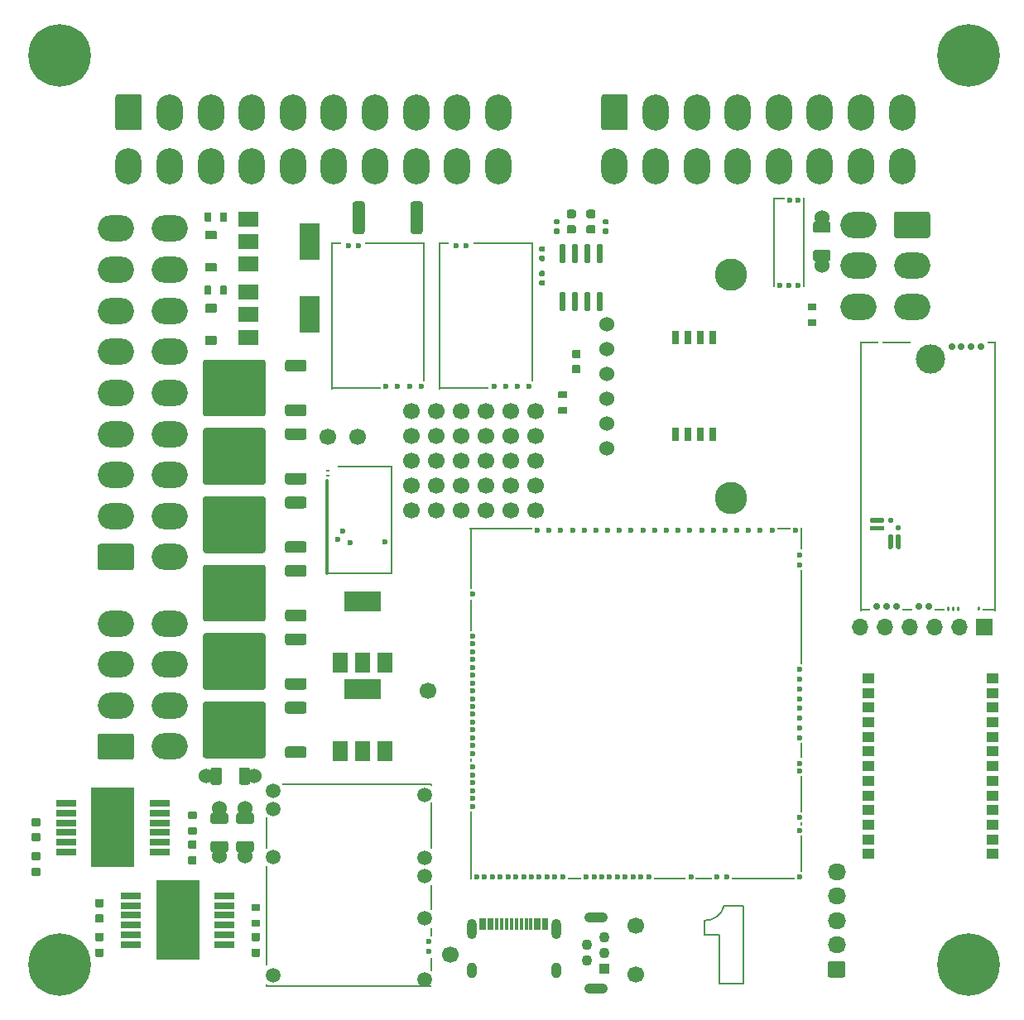
<source format=gtl>
G04 #@! TF.GenerationSoftware,KiCad,Pcbnew,7.0.9-7.0.9~ubuntu22.04.1*
G04 #@! TF.CreationDate,2023-12-02T09:09:58+00:00*
G04 #@! TF.ProjectId,uaefi,75616566-692e-46b6-9963-61645f706362,rev?*
G04 #@! TF.SameCoordinates,Original*
G04 #@! TF.FileFunction,Copper,L1,Top*
G04 #@! TF.FilePolarity,Positive*
%FSLAX46Y46*%
G04 Gerber Fmt 4.6, Leading zero omitted, Abs format (unit mm)*
G04 Created by KiCad (PCBNEW 7.0.9-7.0.9~ubuntu22.04.1) date 2023-12-02 09:09:58*
%MOMM*%
%LPD*%
G01*
G04 APERTURE LIST*
G04 #@! TA.AperFunction,EtchedComponent*
%ADD10C,0.200000*%
G04 #@! TD*
G04 #@! TA.AperFunction,ComponentPad*
%ADD11O,2.700000X3.700000*%
G04 #@! TD*
G04 #@! TA.AperFunction,ComponentPad*
%ADD12C,0.700000*%
G04 #@! TD*
G04 #@! TA.AperFunction,SMDPad,CuDef*
%ADD13C,3.000000*%
G04 #@! TD*
G04 #@! TA.AperFunction,SMDPad,CuDef*
%ADD14R,3.000000X0.250000*%
G04 #@! TD*
G04 #@! TA.AperFunction,SMDPad,CuDef*
%ADD15R,1.100000X0.250000*%
G04 #@! TD*
G04 #@! TA.AperFunction,SMDPad,CuDef*
%ADD16R,0.980000X0.250000*%
G04 #@! TD*
G04 #@! TA.AperFunction,SMDPad,CuDef*
%ADD17R,1.450000X0.250000*%
G04 #@! TD*
G04 #@! TA.AperFunction,SMDPad,CuDef*
%ADD18R,0.250000X27.600000*%
G04 #@! TD*
G04 #@! TA.AperFunction,SMDPad,CuDef*
%ADD19R,1.950000X0.250000*%
G04 #@! TD*
G04 #@! TA.AperFunction,SMDPad,CuDef*
%ADD20R,0.950000X0.250000*%
G04 #@! TD*
G04 #@! TA.AperFunction,ComponentPad*
%ADD21C,1.700000*%
G04 #@! TD*
G04 #@! TA.AperFunction,SMDPad,CuDef*
%ADD22R,2.000000X1.500000*%
G04 #@! TD*
G04 #@! TA.AperFunction,SMDPad,CuDef*
%ADD23R,2.000000X3.800000*%
G04 #@! TD*
G04 #@! TA.AperFunction,ComponentPad*
%ADD24C,0.800000*%
G04 #@! TD*
G04 #@! TA.AperFunction,ComponentPad*
%ADD25C,6.400000*%
G04 #@! TD*
G04 #@! TA.AperFunction,ComponentPad*
%ADD26C,1.524000*%
G04 #@! TD*
G04 #@! TA.AperFunction,ComponentPad*
%ADD27O,1.850000X1.700000*%
G04 #@! TD*
G04 #@! TA.AperFunction,SMDPad,CuDef*
%ADD28R,1.500000X2.000000*%
G04 #@! TD*
G04 #@! TA.AperFunction,SMDPad,CuDef*
%ADD29R,3.800000X2.000000*%
G04 #@! TD*
G04 #@! TA.AperFunction,ComponentPad*
%ADD30C,0.600000*%
G04 #@! TD*
G04 #@! TA.AperFunction,SMDPad,CuDef*
%ADD31R,6.185000X0.250000*%
G04 #@! TD*
G04 #@! TA.AperFunction,SMDPad,CuDef*
%ADD32R,1.115000X0.250000*%
G04 #@! TD*
G04 #@! TA.AperFunction,SMDPad,CuDef*
%ADD33R,0.250000X14.275000*%
G04 #@! TD*
G04 #@! TA.AperFunction,SMDPad,CuDef*
%ADD34R,0.250000X15.100000*%
G04 #@! TD*
G04 #@! TA.AperFunction,SMDPad,CuDef*
%ADD35R,5.175000X0.250000*%
G04 #@! TD*
G04 #@! TA.AperFunction,ComponentPad*
%ADD36R,1.100000X1.100000*%
G04 #@! TD*
G04 #@! TA.AperFunction,ComponentPad*
%ADD37C,1.100000*%
G04 #@! TD*
G04 #@! TA.AperFunction,ComponentPad*
%ADD38O,2.400000X1.100000*%
G04 #@! TD*
G04 #@! TA.AperFunction,SMDPad,CuDef*
%ADD39O,1.225000X0.200000*%
G04 #@! TD*
G04 #@! TA.AperFunction,SMDPad,CuDef*
%ADD40O,0.200000X9.300000*%
G04 #@! TD*
G04 #@! TA.AperFunction,ComponentPad*
%ADD41C,1.500000*%
G04 #@! TD*
G04 #@! TA.AperFunction,SMDPad,CuDef*
%ADD42O,0.200000X3.300000*%
G04 #@! TD*
G04 #@! TA.AperFunction,SMDPad,CuDef*
%ADD43O,0.200000X10.200000*%
G04 #@! TD*
G04 #@! TA.AperFunction,SMDPad,CuDef*
%ADD44O,0.200000X0.300000*%
G04 #@! TD*
G04 #@! TA.AperFunction,SMDPad,CuDef*
%ADD45O,17.000000X0.200000*%
G04 #@! TD*
G04 #@! TA.AperFunction,SMDPad,CuDef*
%ADD46O,15.400000X0.200000*%
G04 #@! TD*
G04 #@! TA.AperFunction,SMDPad,CuDef*
%ADD47O,0.200000X4.800000*%
G04 #@! TD*
G04 #@! TA.AperFunction,SMDPad,CuDef*
%ADD48O,0.200000X2.600000*%
G04 #@! TD*
G04 #@! TA.AperFunction,SMDPad,CuDef*
%ADD49O,0.200000X1.000000*%
G04 #@! TD*
G04 #@! TA.AperFunction,SMDPad,CuDef*
%ADD50O,0.200000X1.500000*%
G04 #@! TD*
G04 #@! TA.AperFunction,SMDPad,CuDef*
%ADD51O,5.669999X0.200000*%
G04 #@! TD*
G04 #@! TA.AperFunction,SMDPad,CuDef*
%ADD52O,0.200000X11.100001*%
G04 #@! TD*
G04 #@! TA.AperFunction,SMDPad,CuDef*
%ADD53O,0.399999X9.800001*%
G04 #@! TD*
G04 #@! TA.AperFunction,SMDPad,CuDef*
%ADD54O,0.250000X0.499999*%
G04 #@! TD*
G04 #@! TA.AperFunction,SMDPad,CuDef*
%ADD55O,6.799999X0.200000*%
G04 #@! TD*
G04 #@! TA.AperFunction,SMDPad,CuDef*
%ADD56O,0.499999X0.250000*%
G04 #@! TD*
G04 #@! TA.AperFunction,ComponentPad*
%ADD57C,0.599999*%
G04 #@! TD*
G04 #@! TA.AperFunction,ComponentPad*
%ADD58O,3.700000X2.700000*%
G04 #@! TD*
G04 #@! TA.AperFunction,SMDPad,CuDef*
%ADD59R,1.300000X1.000000*%
G04 #@! TD*
G04 #@! TA.AperFunction,SMDPad,CuDef*
%ADD60R,2.000000X0.650000*%
G04 #@! TD*
G04 #@! TA.AperFunction,SMDPad,CuDef*
%ADD61R,4.500000X8.100000*%
G04 #@! TD*
G04 #@! TA.AperFunction,SMDPad,CuDef*
%ADD62R,0.200000X3.700000*%
G04 #@! TD*
G04 #@! TA.AperFunction,SMDPad,CuDef*
%ADD63R,0.200000X0.400000*%
G04 #@! TD*
G04 #@! TA.AperFunction,SMDPad,CuDef*
%ADD64R,0.200000X1.600000*%
G04 #@! TD*
G04 #@! TA.AperFunction,SMDPad,CuDef*
%ADD65R,0.200000X9.700000*%
G04 #@! TD*
G04 #@! TA.AperFunction,SMDPad,CuDef*
%ADD66R,0.200000X2.300000*%
G04 #@! TD*
G04 #@! TA.AperFunction,SMDPad,CuDef*
%ADD67R,1.400000X0.200000*%
G04 #@! TD*
G04 #@! TA.AperFunction,SMDPad,CuDef*
%ADD68R,6.400000X0.200000*%
G04 #@! TD*
G04 #@! TA.AperFunction,SMDPad,CuDef*
%ADD69R,1.700000X0.200000*%
G04 #@! TD*
G04 #@! TA.AperFunction,SMDPad,CuDef*
%ADD70R,3.300000X0.200000*%
G04 #@! TD*
G04 #@! TA.AperFunction,SMDPad,CuDef*
%ADD71R,0.200000X7.000000*%
G04 #@! TD*
G04 #@! TA.AperFunction,SMDPad,CuDef*
%ADD72R,0.200000X3.300000*%
G04 #@! TD*
G04 #@! TA.AperFunction,SMDPad,CuDef*
%ADD73R,0.200000X6.300000*%
G04 #@! TD*
G04 #@! TA.AperFunction,SMDPad,CuDef*
%ADD74R,0.300000X1.150000*%
G04 #@! TD*
G04 #@! TA.AperFunction,ComponentPad*
%ADD75O,1.000000X2.100000*%
G04 #@! TD*
G04 #@! TA.AperFunction,ComponentPad*
%ADD76O,1.000000X1.600000*%
G04 #@! TD*
G04 #@! TA.AperFunction,ComponentPad*
%ADD77R,1.700000X1.700000*%
G04 #@! TD*
G04 #@! TA.AperFunction,ComponentPad*
%ADD78O,1.700000X1.700000*%
G04 #@! TD*
G04 #@! TA.AperFunction,ComponentPad*
%ADD79C,3.302000*%
G04 #@! TD*
G04 #@! TA.AperFunction,SMDPad,CuDef*
%ADD80R,0.690000X1.350000*%
G04 #@! TD*
G04 APERTURE END LIST*
D10*
G04 #@! TO.C,G2*
X69500000Y6500000D02*
X69500000Y8000000D01*
X69500000Y6500000D02*
X71000000Y6500000D01*
X71000000Y6500000D02*
X71000000Y1500000D01*
X71000000Y1500000D02*
X73500000Y1500000D01*
X73500000Y9500000D02*
X71500000Y9500000D01*
X73500000Y1500000D02*
X73500000Y9500000D01*
X69500000Y8000000D02*
G75*
G03*
X71499999Y9500000I78399J1978801D01*
G01*
G04 #@! TD*
G04 #@! TO.P,C24,1*
G04 #@! TO.N,GND*
G04 #@! TA.AperFunction,SMDPad,CuDef*
G36*
G01*
X7260000Y10215001D02*
X7940000Y10215001D01*
G75*
G02*
X8025000Y10130001I0J-85000D01*
G01*
X8025000Y9450001D01*
G75*
G02*
X7940000Y9365001I-85000J0D01*
G01*
X7260000Y9365001D01*
G75*
G02*
X7175000Y9450001I0J85000D01*
G01*
X7175000Y10130001D01*
G75*
G02*
X7260000Y10215001I85000J0D01*
G01*
G37*
G04 #@! TD.AperFunction*
G04 #@! TO.P,C24,2*
G04 #@! TO.N,/DC Driver 2/PWR*
G04 #@! TA.AperFunction,SMDPad,CuDef*
G36*
G01*
X7260000Y8634999D02*
X7940000Y8634999D01*
G75*
G02*
X8025000Y8549999I0J-85000D01*
G01*
X8025000Y7869999D01*
G75*
G02*
X7940000Y7784999I-85000J0D01*
G01*
X7260000Y7784999D01*
G75*
G02*
X7175000Y7869999I0J85000D01*
G01*
X7175000Y8549999D01*
G75*
G02*
X7260000Y8634999I85000J0D01*
G01*
G37*
G04 #@! TD.AperFunction*
G04 #@! TD*
G04 #@! TO.P,Q10,1,G*
G04 #@! TO.N,Net-(Q10-G)*
G04 #@! TA.AperFunction,SMDPad,CuDef*
G36*
G01*
X28800000Y39570000D02*
X28800000Y38870000D01*
G75*
G02*
X28550000Y38620000I-250000J0D01*
G01*
X26850000Y38620000D01*
G75*
G02*
X26600000Y38870000I0J250000D01*
G01*
X26600000Y39570000D01*
G75*
G02*
X26850000Y39820000I250000J0D01*
G01*
X28550000Y39820000D01*
G75*
G02*
X28800000Y39570000I0J-250000D01*
G01*
G37*
G04 #@! TD.AperFunction*
G04 #@! TO.P,Q10,2,C*
G04 #@! TO.N,/OUT_IGN4*
G04 #@! TA.AperFunction,SMDPad,CuDef*
G36*
G01*
X24600000Y41100000D02*
X24600000Y38850000D01*
G75*
G02*
X24350000Y38600000I-250000J0D01*
G01*
X21800000Y38600000D01*
G75*
G02*
X21550000Y38850000I0J250000D01*
G01*
X21550000Y41100000D01*
G75*
G02*
X21800000Y41350000I250000J0D01*
G01*
X24350000Y41350000D01*
G75*
G02*
X24600000Y41100000I0J-250000D01*
G01*
G37*
G04 #@! TD.AperFunction*
G04 #@! TA.AperFunction,SMDPad,CuDef*
G36*
G01*
X24600000Y44150000D02*
X24600000Y41900000D01*
G75*
G02*
X24350000Y41650000I-250000J0D01*
G01*
X21800000Y41650000D01*
G75*
G02*
X21550000Y41900000I0J250000D01*
G01*
X21550000Y44150000D01*
G75*
G02*
X21800000Y44400000I250000J0D01*
G01*
X24350000Y44400000D01*
G75*
G02*
X24600000Y44150000I0J-250000D01*
G01*
G37*
G04 #@! TD.AperFunction*
G04 #@! TA.AperFunction,SMDPad,CuDef*
G36*
G01*
X24600000Y44150003D02*
X24600000Y38849997D01*
G75*
G02*
X24350003Y38600000I-249997J0D01*
G01*
X18449997Y38600000D01*
G75*
G02*
X18200000Y38849997I0J249997D01*
G01*
X18200000Y44150003D01*
G75*
G02*
X18449997Y44400000I249997J0D01*
G01*
X24350003Y44400000D01*
G75*
G02*
X24600000Y44150003I0J-249997D01*
G01*
G37*
G04 #@! TD.AperFunction*
G04 #@! TA.AperFunction,SMDPad,CuDef*
G36*
G01*
X21250000Y41100000D02*
X21250000Y38850000D01*
G75*
G02*
X21000000Y38600000I-250000J0D01*
G01*
X18450000Y38600000D01*
G75*
G02*
X18200000Y38850000I0J250000D01*
G01*
X18200000Y41100000D01*
G75*
G02*
X18450000Y41350000I250000J0D01*
G01*
X21000000Y41350000D01*
G75*
G02*
X21250000Y41100000I0J-250000D01*
G01*
G37*
G04 #@! TD.AperFunction*
G04 #@! TA.AperFunction,SMDPad,CuDef*
G36*
G01*
X21250000Y44150000D02*
X21250000Y41900000D01*
G75*
G02*
X21000000Y41650000I-250000J0D01*
G01*
X18450000Y41650000D01*
G75*
G02*
X18200000Y41900000I0J250000D01*
G01*
X18200000Y44150000D01*
G75*
G02*
X18450000Y44400000I250000J0D01*
G01*
X21000000Y44400000D01*
G75*
G02*
X21250000Y44150000I0J-250000D01*
G01*
G37*
G04 #@! TD.AperFunction*
G04 #@! TO.P,Q10,3,E*
G04 #@! TO.N,GND*
G04 #@! TA.AperFunction,SMDPad,CuDef*
G36*
G01*
X28800000Y44130000D02*
X28800000Y43430000D01*
G75*
G02*
X28550000Y43180000I-250000J0D01*
G01*
X26850000Y43180000D01*
G75*
G02*
X26600000Y43430000I0J250000D01*
G01*
X26600000Y44130000D01*
G75*
G02*
X26850000Y44380000I250000J0D01*
G01*
X28550000Y44380000D01*
G75*
G02*
X28800000Y44130000I0J-250000D01*
G01*
G37*
G04 #@! TD.AperFunction*
G04 #@! TD*
G04 #@! TO.P,C27,1*
G04 #@! TO.N,GND*
G04 #@! TA.AperFunction,SMDPad,CuDef*
G36*
G01*
X56060000Y66415001D02*
X56740000Y66415001D01*
G75*
G02*
X56825000Y66330001I0J-85000D01*
G01*
X56825000Y65650001D01*
G75*
G02*
X56740000Y65565001I-85000J0D01*
G01*
X56060000Y65565001D01*
G75*
G02*
X55975000Y65650001I0J85000D01*
G01*
X55975000Y66330001D01*
G75*
G02*
X56060000Y66415001I85000J0D01*
G01*
G37*
G04 #@! TD.AperFunction*
G04 #@! TO.P,C27,2*
G04 #@! TO.N,+5VA*
G04 #@! TA.AperFunction,SMDPad,CuDef*
G36*
G01*
X56060000Y64834999D02*
X56740000Y64834999D01*
G75*
G02*
X56825000Y64749999I0J-85000D01*
G01*
X56825000Y64069999D01*
G75*
G02*
X56740000Y63984999I-85000J0D01*
G01*
X56060000Y63984999D01*
G75*
G02*
X55975000Y64069999I0J85000D01*
G01*
X55975000Y64749999D01*
G75*
G02*
X56060000Y64834999I85000J0D01*
G01*
G37*
G04 #@! TD.AperFunction*
G04 #@! TD*
G04 #@! TO.P,J10,1,Pin_1*
G04 #@! TO.N,/IN_PPS2*
G04 #@! TA.AperFunction,ComponentPad*
G36*
G01*
X58950000Y89125001D02*
X58950000Y92324999D01*
G75*
G02*
X59200001Y92575000I250001J0D01*
G01*
X61399999Y92575000D01*
G75*
G02*
X61650000Y92324999I0J-250001D01*
G01*
X61650000Y89125001D01*
G75*
G02*
X61399999Y88875000I-250001J0D01*
G01*
X59200001Y88875000D01*
G75*
G02*
X58950000Y89125001I0J250001D01*
G01*
G37*
G04 #@! TD.AperFunction*
D11*
G04 #@! TO.P,J10,2,Pin_2*
G04 #@! TO.N,/IN_PPS1*
X64500000Y90725000D03*
G04 #@! TO.P,J10,3,Pin_3*
G04 #@! TO.N,+5VP*
X68700000Y90725000D03*
G04 #@! TO.P,J10,4,Pin_4*
X72900000Y90725000D03*
G04 #@! TO.P,J10,5,Pin_5*
G04 #@! TO.N,/IN_CLT*
X77100000Y90725000D03*
G04 #@! TO.P,J10,6,Pin_6*
G04 #@! TO.N,/IN_IAT*
X81300000Y90725000D03*
G04 #@! TO.P,J10,7,Pin_7*
G04 #@! TO.N,/CAN-*
X85500000Y90725000D03*
G04 #@! TO.P,J10,8,Pin_8*
G04 #@! TO.N,/CAN+*
X89700000Y90725000D03*
G04 #@! TO.P,J10,9,Pin_9*
G04 #@! TO.N,/IN_TPS1*
X60300000Y85225000D03*
G04 #@! TO.P,J10,10,Pin_10*
G04 #@! TO.N,/IN_TPS2*
X64500000Y85225000D03*
G04 #@! TO.P,J10,11,Pin_11*
G04 #@! TO.N,GNDA*
X68700000Y85225000D03*
G04 #@! TO.P,J10,12,Pin_12*
X72900000Y85225000D03*
G04 #@! TO.P,J10,13,Pin_13*
G04 #@! TO.N,/IN_AUX3*
X77100000Y85225000D03*
G04 #@! TO.P,J10,14,Pin_14*
G04 #@! TO.N,/IN_AUX2*
X81300000Y85225000D03*
G04 #@! TO.P,J10,15,Pin_15*
G04 #@! TO.N,/IN_AUX1*
X85500000Y85225000D03*
G04 #@! TO.P,J10,16,Pin_16*
G04 #@! TO.N,GNDA*
X89700000Y85225000D03*
G04 #@! TD*
G04 #@! TO.P,C30,1*
G04 #@! TO.N,Net-(U4-T+)*
G04 #@! TA.AperFunction,SMDPad,CuDef*
G36*
G01*
X54550000Y78265000D02*
X54210000Y78265000D01*
G75*
G02*
X54070000Y78405000I0J140000D01*
G01*
X54070000Y78685000D01*
G75*
G02*
X54210000Y78825000I140000J0D01*
G01*
X54550000Y78825000D01*
G75*
G02*
X54690000Y78685000I0J-140000D01*
G01*
X54690000Y78405000D01*
G75*
G02*
X54550000Y78265000I-140000J0D01*
G01*
G37*
G04 #@! TD.AperFunction*
G04 #@! TO.P,C30,2*
G04 #@! TO.N,GND*
G04 #@! TA.AperFunction,SMDPad,CuDef*
G36*
G01*
X54550000Y79225000D02*
X54210000Y79225000D01*
G75*
G02*
X54070000Y79365000I0J140000D01*
G01*
X54070000Y79645000D01*
G75*
G02*
X54210000Y79785000I140000J0D01*
G01*
X54550000Y79785000D01*
G75*
G02*
X54690000Y79645000I0J-140000D01*
G01*
X54690000Y79365000D01*
G75*
G02*
X54550000Y79225000I-140000J0D01*
G01*
G37*
G04 #@! TD.AperFunction*
G04 #@! TD*
D12*
G04 #@! TO.P,M5,E1,LSU_Un*
G04 #@! TO.N,/WBO_Un*
X97775000Y66750000D03*
G04 #@! TO.P,M5,E2,LSU_Vm*
G04 #@! TO.N,/WBO_Vm*
X94775000Y66750000D03*
G04 #@! TO.P,M5,E3,LSU_Ip*
G04 #@! TO.N,/WBO_Ip*
X95775000Y66750000D03*
G04 #@! TO.P,M5,E4,LSU_Rtrim*
G04 #@! TO.N,/WBO_Rtrim*
X96775000Y66750000D03*
D13*
G04 #@! TO.P,M5,E5,LSU_H+*
G04 #@! TO.N,/WBO_Heater*
X92625000Y65500000D03*
D14*
G04 #@! TO.P,M5,E6,LSU_H-*
G04 #@! TO.N,GND*
X89125000Y67125000D03*
D15*
G04 #@! TO.P,M5,G,GND*
X85925000Y39775000D03*
D16*
X90265000Y39775000D03*
X93565000Y39775000D03*
D17*
X98650000Y39775000D03*
D18*
X85500000Y53450000D03*
X99250000Y53450000D03*
D19*
X86350000Y67125000D03*
D20*
X98900000Y67125000D03*
G04 #@! TO.P,M5,J1,SEL1*
G04 #@! TO.N,Net-(M5-PULL_DOWN1)*
G04 #@! TA.AperFunction,SMDPad,CuDef*
G36*
G01*
X86525000Y49200000D02*
X87775000Y49200000D01*
G75*
G02*
X87900000Y49075000I0J-125000D01*
G01*
X87900000Y48825000D01*
G75*
G02*
X87775000Y48700000I-125000J0D01*
G01*
X86525000Y48700000D01*
G75*
G02*
X86400000Y48825000I0J125000D01*
G01*
X86400000Y49075000D01*
G75*
G02*
X86525000Y49200000I125000J0D01*
G01*
G37*
G04 #@! TD.AperFunction*
G04 #@! TO.P,M5,J2,SEL2*
G04 #@! TO.N,unconnected-(M5-SEL2-PadJ2)*
G04 #@! TA.AperFunction,SMDPad,CuDef*
G36*
G01*
X89200000Y47525000D02*
X89450000Y47525000D01*
G75*
G02*
X89575000Y47400000I0J-125000D01*
G01*
X89575000Y46150000D01*
G75*
G02*
X89450000Y46025000I-125000J0D01*
G01*
X89200000Y46025000D01*
G75*
G02*
X89075000Y46150000I0J125000D01*
G01*
X89075000Y47400000D01*
G75*
G02*
X89200000Y47525000I125000J0D01*
G01*
G37*
G04 #@! TD.AperFunction*
G04 #@! TO.P,M5,J_GND1,PULL_DOWN1*
G04 #@! TO.N,Net-(M5-PULL_DOWN1)*
G04 #@! TA.AperFunction,SMDPad,CuDef*
G36*
G01*
X86525000Y48400000D02*
X87775000Y48400000D01*
G75*
G02*
X87900000Y48275000I0J-125000D01*
G01*
X87900000Y48025000D01*
G75*
G02*
X87775000Y47900000I-125000J0D01*
G01*
X86525000Y47900000D01*
G75*
G02*
X86400000Y48025000I0J125000D01*
G01*
X86400000Y48275000D01*
G75*
G02*
X86525000Y48400000I125000J0D01*
G01*
G37*
G04 #@! TD.AperFunction*
G04 #@! TO.P,M5,J_GND2,PULL_DOWN2*
G04 #@! TO.N,unconnected-(M5-PULL_DOWN2-PadJ_GND2)*
G04 #@! TA.AperFunction,SMDPad,CuDef*
G36*
G01*
X89075000Y48075000D02*
X89075000Y48325000D01*
G75*
G02*
X89200000Y48450000I125000J0D01*
G01*
X89450000Y48450000D01*
G75*
G02*
X89575000Y48325000I0J-125000D01*
G01*
X89575000Y48075000D01*
G75*
G02*
X89450000Y47950000I-125000J0D01*
G01*
X89200000Y47950000D01*
G75*
G02*
X89075000Y48075000I0J125000D01*
G01*
G37*
G04 #@! TD.AperFunction*
G04 #@! TO.P,M5,J_VCC1,PULL_UP1*
G04 #@! TO.N,unconnected-(M5-PULL_UP1-PadJ_VCC1)*
G04 #@! TA.AperFunction,SMDPad,CuDef*
G36*
G01*
X88400000Y49200000D02*
X88650000Y49200000D01*
G75*
G02*
X88775000Y49075000I0J-125000D01*
G01*
X88775000Y48825000D01*
G75*
G02*
X88650000Y48700000I-125000J0D01*
G01*
X88400000Y48700000D01*
G75*
G02*
X88275000Y48825000I0J125000D01*
G01*
X88275000Y49075000D01*
G75*
G02*
X88400000Y49200000I125000J0D01*
G01*
G37*
G04 #@! TD.AperFunction*
G04 #@! TO.P,M5,J_VCC2,PULL_UP2*
G04 #@! TO.N,unconnected-(M5-PULL_UP2-PadJ_VCC2)*
G04 #@! TA.AperFunction,SMDPad,CuDef*
G36*
G01*
X88400000Y47525000D02*
X88650000Y47525000D01*
G75*
G02*
X88775000Y47400000I0J-125000D01*
G01*
X88775000Y46150000D01*
G75*
G02*
X88650000Y46025000I-125000J0D01*
G01*
X88400000Y46025000D01*
G75*
G02*
X88275000Y46150000I0J125000D01*
G01*
X88275000Y47400000D01*
G75*
G02*
X88400000Y47525000I125000J0D01*
G01*
G37*
G04 #@! TD.AperFunction*
D12*
G04 #@! TO.P,M5,W1,V5_IN*
G04 #@! TO.N,+5VA*
X88125000Y40158800D03*
G04 #@! TO.P,M5,W2,CAN_VIO*
G04 #@! TO.N,unconnected-(M5-CAN_VIO-PadW2)*
X89125000Y40158800D03*
G04 #@! TO.P,M5,W3,CANL*
G04 #@! TO.N,/CAN-*
X92421000Y40158800D03*
G04 #@! TO.P,M5,W4,CANH*
G04 #@! TO.N,/CAN+*
X91405000Y40158800D03*
G04 #@! TO.P,M5,W5,nReset*
G04 #@! TO.N,Net-(J6-Pin_5)*
G04 #@! TA.AperFunction,SMDPad,CuDef*
G36*
G01*
X94425000Y39650000D02*
X94425000Y39650000D01*
G75*
G02*
X94300000Y39775000I0J125000D01*
G01*
X94300000Y40025000D01*
G75*
G02*
X94425000Y40150000I125000J0D01*
G01*
X94425000Y40150000D01*
G75*
G02*
X94550000Y40025000I0J-125000D01*
G01*
X94550000Y39775000D01*
G75*
G02*
X94425000Y39650000I-125000J0D01*
G01*
G37*
G04 #@! TD.AperFunction*
G04 #@! TO.P,M5,W6,SWDIO*
G04 #@! TO.N,Net-(J6-Pin_4)*
G04 #@! TA.AperFunction,SMDPad,CuDef*
G36*
G01*
X94925000Y39650000D02*
X94925000Y39650000D01*
G75*
G02*
X94800000Y39775000I0J125000D01*
G01*
X94800000Y40025000D01*
G75*
G02*
X94925000Y40150000I125000J0D01*
G01*
X94925000Y40150000D01*
G75*
G02*
X95050000Y40025000I0J-125000D01*
G01*
X95050000Y39775000D01*
G75*
G02*
X94925000Y39650000I-125000J0D01*
G01*
G37*
G04 #@! TD.AperFunction*
G04 #@! TO.P,M5,W7,SWCLK*
G04 #@! TO.N,Net-(J6-Pin_2)*
G04 #@! TA.AperFunction,SMDPad,CuDef*
G36*
G01*
X95425000Y39650000D02*
X95425000Y39650000D01*
G75*
G02*
X95300000Y39775000I0J125000D01*
G01*
X95300000Y40025000D01*
G75*
G02*
X95425000Y40150000I125000J0D01*
G01*
X95425000Y40150000D01*
G75*
G02*
X95550000Y40025000I0J-125000D01*
G01*
X95550000Y39775000D01*
G75*
G02*
X95425000Y39650000I-125000J0D01*
G01*
G37*
G04 #@! TD.AperFunction*
G04 #@! TO.P,M5,W8,V33_OUT*
G04 #@! TO.N,Net-(J6-Pin_1)*
G04 #@! TA.AperFunction,SMDPad,CuDef*
G36*
G01*
X97525000Y39650000D02*
X97525000Y39650000D01*
G75*
G02*
X97400000Y39775000I0J125000D01*
G01*
X97400000Y40025000D01*
G75*
G02*
X97525000Y40150000I125000J0D01*
G01*
X97525000Y40150000D01*
G75*
G02*
X97650000Y40025000I0J-125000D01*
G01*
X97650000Y39775000D01*
G75*
G02*
X97525000Y39650000I-125000J0D01*
G01*
G37*
G04 #@! TD.AperFunction*
G04 #@! TO.P,M5,W9,VDDA*
G04 #@! TO.N,unconnected-(M5-VDDA-PadW9)*
X87125000Y40158800D03*
G04 #@! TD*
G04 #@! TO.P,J2,1,Pin_1*
G04 #@! TO.N,+5VP*
G04 #@! TA.AperFunction,ComponentPad*
G36*
G01*
X9250000Y89125001D02*
X9250000Y92324999D01*
G75*
G02*
X9500001Y92575000I250001J0D01*
G01*
X11699999Y92575000D01*
G75*
G02*
X11950000Y92324999I0J-250001D01*
G01*
X11950000Y89125001D01*
G75*
G02*
X11699999Y88875000I-250001J0D01*
G01*
X9500001Y88875000D01*
G75*
G02*
X9250000Y89125001I0J250001D01*
G01*
G37*
G04 #@! TD.AperFunction*
D11*
G04 #@! TO.P,J2,2,Pin_2*
X14800000Y90725000D03*
G04 #@! TO.P,J2,3,Pin_3*
G04 #@! TO.N,/IN_BUTTON2*
X19000000Y90725000D03*
G04 #@! TO.P,J2,4,Pin_4*
G04 #@! TO.N,/IN_BUTTON1*
X23200000Y90725000D03*
G04 #@! TO.P,J2,5,Pin_5*
G04 #@! TO.N,/IN_HALL3*
X27400000Y90725000D03*
G04 #@! TO.P,J2,6,Pin_6*
G04 #@! TO.N,/IN_HALL2*
X31600000Y90725000D03*
G04 #@! TO.P,J2,7,Pin_7*
G04 #@! TO.N,/IN_HALL1*
X35800000Y90725000D03*
G04 #@! TO.P,J2,8,Pin_8*
G04 #@! TO.N,GND*
X40000000Y90725000D03*
G04 #@! TO.P,J2,9,Pin_9*
G04 #@! TO.N,/IN_MAP*
X44200000Y90725000D03*
G04 #@! TO.P,J2,10,Pin_10*
G04 #@! TO.N,/EGT+*
X48400000Y90725000D03*
G04 #@! TO.P,J2,11,Pin_11*
G04 #@! TO.N,GNDA*
X10600000Y85225000D03*
G04 #@! TO.P,J2,12,Pin_12*
X14800000Y85225000D03*
G04 #@! TO.P,J2,13,Pin_13*
G04 #@! TO.N,/IN_BUTTON3*
X19000000Y85225000D03*
G04 #@! TO.P,J2,14,Pin_14*
G04 #@! TO.N,/IN_KNOCK_RAW*
X23200000Y85225000D03*
G04 #@! TO.P,J2,15,Pin_15*
G04 #@! TO.N,/IN_FLEX*
X27400000Y85225000D03*
G04 #@! TO.P,J2,16,Pin_16*
G04 #@! TO.N,/VR2-*
X31600000Y85225000D03*
G04 #@! TO.P,J2,17,Pin_17*
G04 #@! TO.N,/VR2+*
X35800000Y85225000D03*
G04 #@! TO.P,J2,18,Pin_18*
G04 #@! TO.N,/VR1-*
X40000000Y85225000D03*
G04 #@! TO.P,J2,19,Pin_19*
G04 #@! TO.N,/VR1+*
X44200000Y85225000D03*
G04 #@! TO.P,J2,20,Pin_20*
G04 #@! TO.N,/EGT-*
X48400000Y85225000D03*
G04 #@! TD*
G04 #@! TO.P,Q7,1,G*
G04 #@! TO.N,Net-(Q7-G)*
G04 #@! TA.AperFunction,SMDPad,CuDef*
G36*
G01*
X28800000Y60570000D02*
X28800000Y59870000D01*
G75*
G02*
X28550000Y59620000I-250000J0D01*
G01*
X26850000Y59620000D01*
G75*
G02*
X26600000Y59870000I0J250000D01*
G01*
X26600000Y60570000D01*
G75*
G02*
X26850000Y60820000I250000J0D01*
G01*
X28550000Y60820000D01*
G75*
G02*
X28800000Y60570000I0J-250000D01*
G01*
G37*
G04 #@! TD.AperFunction*
G04 #@! TO.P,Q7,2,C*
G04 #@! TO.N,/OUT_IGN1*
G04 #@! TA.AperFunction,SMDPad,CuDef*
G36*
G01*
X24600000Y62100000D02*
X24600000Y59850000D01*
G75*
G02*
X24350000Y59600000I-250000J0D01*
G01*
X21800000Y59600000D01*
G75*
G02*
X21550000Y59850000I0J250000D01*
G01*
X21550000Y62100000D01*
G75*
G02*
X21800000Y62350000I250000J0D01*
G01*
X24350000Y62350000D01*
G75*
G02*
X24600000Y62100000I0J-250000D01*
G01*
G37*
G04 #@! TD.AperFunction*
G04 #@! TA.AperFunction,SMDPad,CuDef*
G36*
G01*
X24600000Y65150000D02*
X24600000Y62900000D01*
G75*
G02*
X24350000Y62650000I-250000J0D01*
G01*
X21800000Y62650000D01*
G75*
G02*
X21550000Y62900000I0J250000D01*
G01*
X21550000Y65150000D01*
G75*
G02*
X21800000Y65400000I250000J0D01*
G01*
X24350000Y65400000D01*
G75*
G02*
X24600000Y65150000I0J-250000D01*
G01*
G37*
G04 #@! TD.AperFunction*
G04 #@! TA.AperFunction,SMDPad,CuDef*
G36*
G01*
X24600000Y65150003D02*
X24600000Y59849997D01*
G75*
G02*
X24350003Y59600000I-249997J0D01*
G01*
X18449997Y59600000D01*
G75*
G02*
X18200000Y59849997I0J249997D01*
G01*
X18200000Y65150003D01*
G75*
G02*
X18449997Y65400000I249997J0D01*
G01*
X24350003Y65400000D01*
G75*
G02*
X24600000Y65150003I0J-249997D01*
G01*
G37*
G04 #@! TD.AperFunction*
G04 #@! TA.AperFunction,SMDPad,CuDef*
G36*
G01*
X21250000Y62100000D02*
X21250000Y59850000D01*
G75*
G02*
X21000000Y59600000I-250000J0D01*
G01*
X18450000Y59600000D01*
G75*
G02*
X18200000Y59850000I0J250000D01*
G01*
X18200000Y62100000D01*
G75*
G02*
X18450000Y62350000I250000J0D01*
G01*
X21000000Y62350000D01*
G75*
G02*
X21250000Y62100000I0J-250000D01*
G01*
G37*
G04 #@! TD.AperFunction*
G04 #@! TA.AperFunction,SMDPad,CuDef*
G36*
G01*
X21250000Y65150000D02*
X21250000Y62900000D01*
G75*
G02*
X21000000Y62650000I-250000J0D01*
G01*
X18450000Y62650000D01*
G75*
G02*
X18200000Y62900000I0J250000D01*
G01*
X18200000Y65150000D01*
G75*
G02*
X18450000Y65400000I250000J0D01*
G01*
X21000000Y65400000D01*
G75*
G02*
X21250000Y65150000I0J-250000D01*
G01*
G37*
G04 #@! TD.AperFunction*
G04 #@! TO.P,Q7,3,E*
G04 #@! TO.N,GND*
G04 #@! TA.AperFunction,SMDPad,CuDef*
G36*
G01*
X28800000Y65130000D02*
X28800000Y64430000D01*
G75*
G02*
X28550000Y64180000I-250000J0D01*
G01*
X26850000Y64180000D01*
G75*
G02*
X26600000Y64430000I0J250000D01*
G01*
X26600000Y65130000D01*
G75*
G02*
X26850000Y65380000I250000J0D01*
G01*
X28550000Y65380000D01*
G75*
G02*
X28800000Y65130000I0J-250000D01*
G01*
G37*
G04 #@! TD.AperFunction*
G04 #@! TD*
G04 #@! TO.P,Q8,1,G*
G04 #@! TO.N,Net-(Q8-G)*
G04 #@! TA.AperFunction,SMDPad,CuDef*
G36*
G01*
X28800000Y53570000D02*
X28800000Y52870000D01*
G75*
G02*
X28550000Y52620000I-250000J0D01*
G01*
X26850000Y52620000D01*
G75*
G02*
X26600000Y52870000I0J250000D01*
G01*
X26600000Y53570000D01*
G75*
G02*
X26850000Y53820000I250000J0D01*
G01*
X28550000Y53820000D01*
G75*
G02*
X28800000Y53570000I0J-250000D01*
G01*
G37*
G04 #@! TD.AperFunction*
G04 #@! TO.P,Q8,2,C*
G04 #@! TO.N,/OUT_IGN2*
G04 #@! TA.AperFunction,SMDPad,CuDef*
G36*
G01*
X24600000Y55100000D02*
X24600000Y52850000D01*
G75*
G02*
X24350000Y52600000I-250000J0D01*
G01*
X21800000Y52600000D01*
G75*
G02*
X21550000Y52850000I0J250000D01*
G01*
X21550000Y55100000D01*
G75*
G02*
X21800000Y55350000I250000J0D01*
G01*
X24350000Y55350000D01*
G75*
G02*
X24600000Y55100000I0J-250000D01*
G01*
G37*
G04 #@! TD.AperFunction*
G04 #@! TA.AperFunction,SMDPad,CuDef*
G36*
G01*
X24600000Y58150000D02*
X24600000Y55900000D01*
G75*
G02*
X24350000Y55650000I-250000J0D01*
G01*
X21800000Y55650000D01*
G75*
G02*
X21550000Y55900000I0J250000D01*
G01*
X21550000Y58150000D01*
G75*
G02*
X21800000Y58400000I250000J0D01*
G01*
X24350000Y58400000D01*
G75*
G02*
X24600000Y58150000I0J-250000D01*
G01*
G37*
G04 #@! TD.AperFunction*
G04 #@! TA.AperFunction,SMDPad,CuDef*
G36*
G01*
X24600000Y58150003D02*
X24600000Y52849997D01*
G75*
G02*
X24350003Y52600000I-249997J0D01*
G01*
X18449997Y52600000D01*
G75*
G02*
X18200000Y52849997I0J249997D01*
G01*
X18200000Y58150003D01*
G75*
G02*
X18449997Y58400000I249997J0D01*
G01*
X24350003Y58400000D01*
G75*
G02*
X24600000Y58150003I0J-249997D01*
G01*
G37*
G04 #@! TD.AperFunction*
G04 #@! TA.AperFunction,SMDPad,CuDef*
G36*
G01*
X21250000Y55100000D02*
X21250000Y52850000D01*
G75*
G02*
X21000000Y52600000I-250000J0D01*
G01*
X18450000Y52600000D01*
G75*
G02*
X18200000Y52850000I0J250000D01*
G01*
X18200000Y55100000D01*
G75*
G02*
X18450000Y55350000I250000J0D01*
G01*
X21000000Y55350000D01*
G75*
G02*
X21250000Y55100000I0J-250000D01*
G01*
G37*
G04 #@! TD.AperFunction*
G04 #@! TA.AperFunction,SMDPad,CuDef*
G36*
G01*
X21250000Y58150000D02*
X21250000Y55900000D01*
G75*
G02*
X21000000Y55650000I-250000J0D01*
G01*
X18450000Y55650000D01*
G75*
G02*
X18200000Y55900000I0J250000D01*
G01*
X18200000Y58150000D01*
G75*
G02*
X18450000Y58400000I250000J0D01*
G01*
X21000000Y58400000D01*
G75*
G02*
X21250000Y58150000I0J-250000D01*
G01*
G37*
G04 #@! TD.AperFunction*
G04 #@! TO.P,Q8,3,E*
G04 #@! TO.N,GND*
G04 #@! TA.AperFunction,SMDPad,CuDef*
G36*
G01*
X28800000Y58130000D02*
X28800000Y57430000D01*
G75*
G02*
X28550000Y57180000I-250000J0D01*
G01*
X26850000Y57180000D01*
G75*
G02*
X26600000Y57430000I0J250000D01*
G01*
X26600000Y58130000D01*
G75*
G02*
X26850000Y58380000I250000J0D01*
G01*
X28550000Y58380000D01*
G75*
G02*
X28800000Y58130000I0J-250000D01*
G01*
G37*
G04 #@! TD.AperFunction*
G04 #@! TD*
D21*
G04 #@! TO.P,P1,1,Pin_1*
G04 #@! TO.N,Net-(M7-CANL)*
X34000000Y57500000D03*
G04 #@! TD*
G04 #@! TO.P,C26,1*
G04 #@! TO.N,GND*
G04 #@! TA.AperFunction,SMDPad,CuDef*
G36*
G01*
X23260000Y6715001D02*
X23940000Y6715001D01*
G75*
G02*
X24025000Y6630001I0J-85000D01*
G01*
X24025000Y5950001D01*
G75*
G02*
X23940000Y5865001I-85000J0D01*
G01*
X23260000Y5865001D01*
G75*
G02*
X23175000Y5950001I0J85000D01*
G01*
X23175000Y6630001D01*
G75*
G02*
X23260000Y6715001I85000J0D01*
G01*
G37*
G04 #@! TD.AperFunction*
G04 #@! TO.P,C26,2*
G04 #@! TO.N,/OUT_DC2+*
G04 #@! TA.AperFunction,SMDPad,CuDef*
G36*
G01*
X23260000Y5134999D02*
X23940000Y5134999D01*
G75*
G02*
X24025000Y5049999I0J-85000D01*
G01*
X24025000Y4369999D01*
G75*
G02*
X23940000Y4284999I-85000J0D01*
G01*
X23260000Y4284999D01*
G75*
G02*
X23175000Y4369999I0J85000D01*
G01*
X23175000Y5049999D01*
G75*
G02*
X23260000Y5134999I85000J0D01*
G01*
G37*
G04 #@! TD.AperFunction*
G04 #@! TD*
D22*
G04 #@! TO.P,Q2,1,G*
G04 #@! TO.N,/LS2*
X22850000Y79800000D03*
G04 #@! TO.P,Q2,2,D*
G04 #@! TO.N,/OUT_LS2*
X22850000Y77500000D03*
G04 #@! TO.P,Q2,3,S*
G04 #@! TO.N,GND*
X22850000Y75200000D03*
D23*
G04 #@! TO.P,Q2,4*
G04 #@! TO.N,N/C*
X29150000Y77500000D03*
G04 #@! TD*
D21*
G04 #@! TO.P,P2,1,Pin_1*
G04 #@! TO.N,Net-(M7-CANH)*
X31000000Y57500000D03*
G04 #@! TD*
G04 #@! TO.P,U4,1,GND*
G04 #@! TO.N,GND*
G04 #@! TA.AperFunction,SMDPad,CuDef*
G36*
G01*
X58635000Y77250000D02*
X58935000Y77250000D01*
G75*
G02*
X59085000Y77100000I0J-150000D01*
G01*
X59085000Y75450000D01*
G75*
G02*
X58935000Y75300000I-150000J0D01*
G01*
X58635000Y75300000D01*
G75*
G02*
X58485000Y75450000I0J150000D01*
G01*
X58485000Y77100000D01*
G75*
G02*
X58635000Y77250000I150000J0D01*
G01*
G37*
G04 #@! TD.AperFunction*
G04 #@! TO.P,U4,2,T-*
G04 #@! TO.N,Net-(U4-T-)*
G04 #@! TA.AperFunction,SMDPad,CuDef*
G36*
G01*
X57365000Y77250000D02*
X57665000Y77250000D01*
G75*
G02*
X57815000Y77100000I0J-150000D01*
G01*
X57815000Y75450000D01*
G75*
G02*
X57665000Y75300000I-150000J0D01*
G01*
X57365000Y75300000D01*
G75*
G02*
X57215000Y75450000I0J150000D01*
G01*
X57215000Y77100000D01*
G75*
G02*
X57365000Y77250000I150000J0D01*
G01*
G37*
G04 #@! TD.AperFunction*
G04 #@! TO.P,U4,3,T+*
G04 #@! TO.N,Net-(U4-T+)*
G04 #@! TA.AperFunction,SMDPad,CuDef*
G36*
G01*
X56095000Y77250000D02*
X56395000Y77250000D01*
G75*
G02*
X56545000Y77100000I0J-150000D01*
G01*
X56545000Y75450000D01*
G75*
G02*
X56395000Y75300000I-150000J0D01*
G01*
X56095000Y75300000D01*
G75*
G02*
X55945000Y75450000I0J150000D01*
G01*
X55945000Y77100000D01*
G75*
G02*
X56095000Y77250000I150000J0D01*
G01*
G37*
G04 #@! TD.AperFunction*
G04 #@! TO.P,U4,4,V_CC*
G04 #@! TO.N,+3.3VA*
G04 #@! TA.AperFunction,SMDPad,CuDef*
G36*
G01*
X54825000Y77250000D02*
X55125000Y77250000D01*
G75*
G02*
X55275000Y77100000I0J-150000D01*
G01*
X55275000Y75450000D01*
G75*
G02*
X55125000Y75300000I-150000J0D01*
G01*
X54825000Y75300000D01*
G75*
G02*
X54675000Y75450000I0J150000D01*
G01*
X54675000Y77100000D01*
G75*
G02*
X54825000Y77250000I150000J0D01*
G01*
G37*
G04 #@! TD.AperFunction*
G04 #@! TO.P,U4,5,SCK*
G04 #@! TO.N,/EGT/SPI_SCK*
G04 #@! TA.AperFunction,SMDPad,CuDef*
G36*
G01*
X54825000Y72300000D02*
X55125000Y72300000D01*
G75*
G02*
X55275000Y72150000I0J-150000D01*
G01*
X55275000Y70500000D01*
G75*
G02*
X55125000Y70350000I-150000J0D01*
G01*
X54825000Y70350000D01*
G75*
G02*
X54675000Y70500000I0J150000D01*
G01*
X54675000Y72150000D01*
G75*
G02*
X54825000Y72300000I150000J0D01*
G01*
G37*
G04 #@! TD.AperFunction*
G04 #@! TO.P,U4,6,~{CS}*
G04 #@! TO.N,/EGT/SPI_CS*
G04 #@! TA.AperFunction,SMDPad,CuDef*
G36*
G01*
X56095000Y72300000D02*
X56395000Y72300000D01*
G75*
G02*
X56545000Y72150000I0J-150000D01*
G01*
X56545000Y70500000D01*
G75*
G02*
X56395000Y70350000I-150000J0D01*
G01*
X56095000Y70350000D01*
G75*
G02*
X55945000Y70500000I0J150000D01*
G01*
X55945000Y72150000D01*
G75*
G02*
X56095000Y72300000I150000J0D01*
G01*
G37*
G04 #@! TD.AperFunction*
G04 #@! TO.P,U4,7,SO*
G04 #@! TO.N,/EGT/SPI_SO*
G04 #@! TA.AperFunction,SMDPad,CuDef*
G36*
G01*
X57365000Y72300000D02*
X57665000Y72300000D01*
G75*
G02*
X57815000Y72150000I0J-150000D01*
G01*
X57815000Y70500000D01*
G75*
G02*
X57665000Y70350000I-150000J0D01*
G01*
X57365000Y70350000D01*
G75*
G02*
X57215000Y70500000I0J150000D01*
G01*
X57215000Y72150000D01*
G75*
G02*
X57365000Y72300000I150000J0D01*
G01*
G37*
G04 #@! TD.AperFunction*
G04 #@! TO.P,U4,8*
G04 #@! TO.N,N/C*
G04 #@! TA.AperFunction,SMDPad,CuDef*
G36*
G01*
X58635000Y72300000D02*
X58935000Y72300000D01*
G75*
G02*
X59085000Y72150000I0J-150000D01*
G01*
X59085000Y70500000D01*
G75*
G02*
X58935000Y70350000I-150000J0D01*
G01*
X58635000Y70350000D01*
G75*
G02*
X58485000Y70500000I0J150000D01*
G01*
X58485000Y72150000D01*
G75*
G02*
X58635000Y72300000I150000J0D01*
G01*
G37*
G04 #@! TD.AperFunction*
G04 #@! TD*
G04 #@! TO.P,C13,1*
G04 #@! TO.N,GND*
G04 #@! TA.AperFunction,SMDPad,CuDef*
G36*
G01*
X16785000Y16175001D02*
X17465000Y16175001D01*
G75*
G02*
X17550000Y16090001I0J-85000D01*
G01*
X17550000Y15410001D01*
G75*
G02*
X17465000Y15325001I-85000J0D01*
G01*
X16785000Y15325001D01*
G75*
G02*
X16700000Y15410001I0J85000D01*
G01*
X16700000Y16090001D01*
G75*
G02*
X16785000Y16175001I85000J0D01*
G01*
G37*
G04 #@! TD.AperFunction*
G04 #@! TO.P,C13,2*
G04 #@! TO.N,/OUT_DC1+*
G04 #@! TA.AperFunction,SMDPad,CuDef*
G36*
G01*
X16785000Y14594999D02*
X17465000Y14594999D01*
G75*
G02*
X17550000Y14509999I0J-85000D01*
G01*
X17550000Y13829999D01*
G75*
G02*
X17465000Y13744999I-85000J0D01*
G01*
X16785000Y13744999D01*
G75*
G02*
X16700000Y13829999I0J85000D01*
G01*
X16700000Y14509999D01*
G75*
G02*
X16785000Y14594999I85000J0D01*
G01*
G37*
G04 #@! TD.AperFunction*
G04 #@! TD*
G04 #@! TO.P,C31,1*
G04 #@! TO.N,+3.3VA*
G04 #@! TA.AperFunction,SMDPad,CuDef*
G36*
G01*
X53050000Y75477500D02*
X52710000Y75477500D01*
G75*
G02*
X52570000Y75617500I0J140000D01*
G01*
X52570000Y75897500D01*
G75*
G02*
X52710000Y76037500I140000J0D01*
G01*
X53050000Y76037500D01*
G75*
G02*
X53190000Y75897500I0J-140000D01*
G01*
X53190000Y75617500D01*
G75*
G02*
X53050000Y75477500I-140000J0D01*
G01*
G37*
G04 #@! TD.AperFunction*
G04 #@! TO.P,C31,2*
G04 #@! TO.N,GND*
G04 #@! TA.AperFunction,SMDPad,CuDef*
G36*
G01*
X53050000Y76437500D02*
X52710000Y76437500D01*
G75*
G02*
X52570000Y76577500I0J140000D01*
G01*
X52570000Y76857500D01*
G75*
G02*
X52710000Y76997500I140000J0D01*
G01*
X53050000Y76997500D01*
G75*
G02*
X53190000Y76857500I0J-140000D01*
G01*
X53190000Y76577500D01*
G75*
G02*
X53050000Y76437500I-140000J0D01*
G01*
G37*
G04 #@! TD.AperFunction*
G04 #@! TD*
D24*
G04 #@! TO.P,H1,1*
G04 #@! TO.N,N/C*
X1100000Y96500000D03*
X1802944Y98197056D03*
X1802944Y94802944D03*
X3500000Y98900000D03*
D25*
X3500000Y96500000D03*
D24*
X3500000Y94100000D03*
X5197056Y98197056D03*
X5197056Y94802944D03*
X5900000Y96500000D03*
G04 #@! TD*
G04 #@! TO.P,H4,1*
G04 #@! TO.N,N/C*
X94100000Y96500000D03*
X94802944Y98197056D03*
X94802944Y94802944D03*
X96500000Y98900000D03*
D25*
X96500000Y96500000D03*
D24*
X96500000Y94100000D03*
X98197056Y98197056D03*
X98197056Y94802944D03*
X98900000Y96500000D03*
G04 #@! TD*
D26*
G04 #@! TO.P,F4,1,1*
G04 #@! TO.N,+12V*
X19880000Y19450000D03*
G04 #@! TA.AperFunction,SMDPad,CuDef*
G36*
G01*
X18980000Y18105010D02*
X18980000Y18795010D01*
G75*
G02*
X19210000Y19025010I230000J0D01*
G01*
X20550000Y19025010D01*
G75*
G02*
X20780000Y18795010I0J-230000D01*
G01*
X20780000Y18105010D01*
G75*
G02*
X20550000Y17875010I-230000J0D01*
G01*
X19210000Y17875010D01*
G75*
G02*
X18980000Y18105010I0J230000D01*
G01*
G37*
G04 #@! TD.AperFunction*
G04 #@! TO.P,F4,2,2*
G04 #@! TO.N,/DC Driver 2/PWR*
G04 #@! TA.AperFunction,SMDPad,CuDef*
G36*
G01*
X18980000Y15204990D02*
X18980000Y15894990D01*
G75*
G02*
X19210000Y16124990I230000J0D01*
G01*
X20550000Y16124990D01*
G75*
G02*
X20780000Y15894990I0J-230000D01*
G01*
X20780000Y15204990D01*
G75*
G02*
X20550000Y14974990I-230000J0D01*
G01*
X19210000Y14974990D01*
G75*
G02*
X18980000Y15204990I0J230000D01*
G01*
G37*
G04 #@! TD.AperFunction*
X19880000Y14550000D03*
G04 #@! TD*
G04 #@! TO.P,C11,1*
G04 #@! TO.N,GND*
G04 #@! TA.AperFunction,SMDPad,CuDef*
G36*
G01*
X785000Y18505002D02*
X1465000Y18505002D01*
G75*
G02*
X1550000Y18420002I0J-85000D01*
G01*
X1550000Y17740002D01*
G75*
G02*
X1465000Y17655002I-85000J0D01*
G01*
X785000Y17655002D01*
G75*
G02*
X700000Y17740002I0J85000D01*
G01*
X700000Y18420002D01*
G75*
G02*
X785000Y18505002I85000J0D01*
G01*
G37*
G04 #@! TD.AperFunction*
G04 #@! TO.P,C11,2*
G04 #@! TO.N,/DC Driver 1/PWR*
G04 #@! TA.AperFunction,SMDPad,CuDef*
G36*
G01*
X785000Y16925000D02*
X1465000Y16925000D01*
G75*
G02*
X1550000Y16840000I0J-85000D01*
G01*
X1550000Y16160000D01*
G75*
G02*
X1465000Y16075000I-85000J0D01*
G01*
X785000Y16075000D01*
G75*
G02*
X700000Y16160000I0J85000D01*
G01*
X700000Y16840000D01*
G75*
G02*
X785000Y16925000I85000J0D01*
G01*
G37*
G04 #@! TD.AperFunction*
G04 #@! TD*
G04 #@! TO.P,J7,1,Pin_1*
G04 #@! TO.N,/VBUS*
G04 #@! TA.AperFunction,ComponentPad*
G36*
G01*
X83675000Y2150000D02*
X82325000Y2150000D01*
G75*
G02*
X82075000Y2400000I0J250000D01*
G01*
X82075000Y3600000D01*
G75*
G02*
X82325000Y3850000I250000J0D01*
G01*
X83675000Y3850000D01*
G75*
G02*
X83925000Y3600000I0J-250000D01*
G01*
X83925000Y2400000D01*
G75*
G02*
X83675000Y2150000I-250000J0D01*
G01*
G37*
G04 #@! TD.AperFunction*
D27*
G04 #@! TO.P,J7,2,Pin_2*
G04 #@! TO.N,/USB-*
X83000000Y5500000D03*
G04 #@! TO.P,J7,3,Pin_3*
G04 #@! TO.N,/USB+*
X83000000Y8000000D03*
G04 #@! TO.P,J7,4,Pin_4*
G04 #@! TO.N,GND*
X83000000Y10500000D03*
G04 #@! TO.P,J7,5,Pin_5*
X83000000Y13000000D03*
G04 #@! TD*
D28*
G04 #@! TO.P,Q16,1,G*
G04 #@! TO.N,/INJ4*
X32200000Y34350000D03*
G04 #@! TO.P,Q16,2,D*
G04 #@! TO.N,/OUT_INJ4*
X34500000Y34350000D03*
G04 #@! TO.P,Q16,3,S*
G04 #@! TO.N,GND*
X36800000Y34350000D03*
D29*
G04 #@! TO.P,Q16,4*
G04 #@! TO.N,N/C*
X34500000Y40650000D03*
G04 #@! TD*
D21*
G04 #@! TO.P,P4,1,Pin_1*
G04 #@! TO.N,Net-(M6-LED_GREEN)*
X62500000Y7500000D03*
G04 #@! TD*
G04 #@! TO.P,P5,1,Pin_1*
G04 #@! TO.N,Net-(M6-SPI2_MOSI_(PB15))*
X41200000Y31500000D03*
G04 #@! TD*
D24*
G04 #@! TO.P,H2,1*
G04 #@! TO.N,N/C*
X1100000Y3500000D03*
X1802944Y5197056D03*
X1802944Y1802944D03*
X3500000Y5900000D03*
D25*
X3500000Y3500000D03*
D24*
X3500000Y1100000D03*
X5197056Y5197056D03*
X5197056Y1802944D03*
X5900000Y3500000D03*
G04 #@! TD*
D30*
G04 #@! TO.P,M3,E1,Thresh_IN*
G04 #@! TO.N,/VR1_THRESHOLD*
X49175000Y62675000D03*
G04 #@! TO.P,M3,E2,OUT_A*
G04 #@! TO.N,/VR1_A*
X47975000Y62675000D03*
G04 #@! TO.P,M3,E3,OUT*
G04 #@! TO.N,/VR1*
X50375000Y62675000D03*
G04 #@! TO.P,M3,E4,V5_IN*
G04 #@! TO.N,+5VA*
X51575000Y62675000D03*
D31*
G04 #@! TO.P,M3,G,GND*
G04 #@! TO.N,GND*
X48907500Y77325000D03*
D32*
X42857500Y77325000D03*
D33*
X51875000Y70312500D03*
D34*
X42425000Y69900000D03*
D35*
X44887500Y62475000D03*
D30*
G04 #@! TO.P,M3,W1,VR-*
G04 #@! TO.N,/VR1-*
X45115000Y77100000D03*
G04 #@! TO.P,M3,W2,VR+*
G04 #@! TO.N,/VR1+*
X44115000Y77100000D03*
G04 #@! TD*
D36*
G04 #@! TO.P,J8,1,VBUS*
G04 #@! TO.N,/VBUS*
X59250000Y3100000D03*
D37*
G04 #@! TO.P,J8,2,D-*
G04 #@! TO.N,/USB-*
X57500000Y3900000D03*
G04 #@! TO.P,J8,3,D+*
G04 #@! TO.N,/USB+*
X59250000Y4700000D03*
G04 #@! TO.P,J8,4,ID*
G04 #@! TO.N,unconnected-(J8-ID-Pad4)*
X57500000Y5500000D03*
G04 #@! TO.P,J8,5,GND*
G04 #@! TO.N,GND*
X59250000Y6300000D03*
D38*
G04 #@! TO.P,J8,6,Shield*
X58375000Y1050000D03*
X58375000Y8350000D03*
G04 #@! TD*
D26*
G04 #@! TO.P,F3,1,1*
G04 #@! TO.N,+12V*
X22500000Y19450000D03*
G04 #@! TA.AperFunction,SMDPad,CuDef*
G36*
G01*
X21600000Y18105010D02*
X21600000Y18795010D01*
G75*
G02*
X21830000Y19025010I230000J0D01*
G01*
X23170000Y19025010D01*
G75*
G02*
X23400000Y18795010I0J-230000D01*
G01*
X23400000Y18105010D01*
G75*
G02*
X23170000Y17875010I-230000J0D01*
G01*
X21830000Y17875010D01*
G75*
G02*
X21600000Y18105010I0J230000D01*
G01*
G37*
G04 #@! TD.AperFunction*
G04 #@! TO.P,F3,2,2*
G04 #@! TO.N,/DC Driver 1/PWR*
G04 #@! TA.AperFunction,SMDPad,CuDef*
G36*
G01*
X21600000Y15204990D02*
X21600000Y15894990D01*
G75*
G02*
X21830000Y16124990I230000J0D01*
G01*
X23170000Y16124990D01*
G75*
G02*
X23400000Y15894990I0J-230000D01*
G01*
X23400000Y15204990D01*
G75*
G02*
X23170000Y14974990I-230000J0D01*
G01*
X21830000Y14974990D01*
G75*
G02*
X21600000Y15204990I0J230000D01*
G01*
G37*
G04 #@! TD.AperFunction*
X22500000Y14550000D03*
G04 #@! TD*
D30*
G04 #@! TO.P,M2,E1,V5A*
G04 #@! TO.N,+5VA*
X79074999Y73025000D03*
D39*
G04 #@! TO.P,M2,E2,GND*
G04 #@! TO.N,GND*
X77099999Y81925000D03*
D40*
X79674999Y77375000D03*
X76574999Y77375000D03*
D30*
X78124999Y73025000D03*
G04 #@! TO.P,M2,E3,OUT_KNOCK*
G04 #@! TO.N,/IN_KNOCK*
X77175001Y73025000D03*
G04 #@! TO.P,M2,W1,IN_KNOCK*
G04 #@! TO.N,/IN_KNOCK_RAW*
X78174999Y81725000D03*
G04 #@! TO.P,M2,W2,VREF*
G04 #@! TO.N,/VREF2*
X79074999Y81725000D03*
G04 #@! TD*
G04 #@! TO.P,C25,1*
G04 #@! TO.N,GND*
G04 #@! TA.AperFunction,SMDPad,CuDef*
G36*
G01*
X7940000Y4284999D02*
X7260000Y4284999D01*
G75*
G02*
X7175000Y4369999I0J85000D01*
G01*
X7175000Y5049999D01*
G75*
G02*
X7260000Y5134999I85000J0D01*
G01*
X7940000Y5134999D01*
G75*
G02*
X8025000Y5049999I0J-85000D01*
G01*
X8025000Y4369999D01*
G75*
G02*
X7940000Y4284999I-85000J0D01*
G01*
G37*
G04 #@! TD.AperFunction*
G04 #@! TO.P,C25,2*
G04 #@! TO.N,/OUT_DC2-*
G04 #@! TA.AperFunction,SMDPad,CuDef*
G36*
G01*
X7940000Y5865001D02*
X7260000Y5865001D01*
G75*
G02*
X7175000Y5950001I0J85000D01*
G01*
X7175000Y6630001D01*
G75*
G02*
X7260000Y6715001I85000J0D01*
G01*
X7940000Y6715001D01*
G75*
G02*
X8025000Y6630001I0J-85000D01*
G01*
X8025000Y5950001D01*
G75*
G02*
X7940000Y5865001I-85000J0D01*
G01*
G37*
G04 #@! TD.AperFunction*
G04 #@! TD*
G04 #@! TO.P,R4,1*
G04 #@! TO.N,/VR2-*
G04 #@! TA.AperFunction,SMDPad,CuDef*
G36*
G01*
X33519997Y78500000D02*
X33519997Y81350000D01*
G75*
G02*
X33769997Y81600000I250000J0D01*
G01*
X34494997Y81600000D01*
G75*
G02*
X34744997Y81350000I0J-250000D01*
G01*
X34744997Y78500000D01*
G75*
G02*
X34494997Y78250000I-250000J0D01*
G01*
X33769997Y78250000D01*
G75*
G02*
X33519997Y78500000I0J250000D01*
G01*
G37*
G04 #@! TD.AperFunction*
G04 #@! TO.P,R4,2*
G04 #@! TO.N,Net-(R1-Pad2)*
G04 #@! TA.AperFunction,SMDPad,CuDef*
G36*
G01*
X39444997Y78500000D02*
X39444997Y81350000D01*
G75*
G02*
X39694997Y81600000I250000J0D01*
G01*
X40419997Y81600000D01*
G75*
G02*
X40669997Y81350000I0J-250000D01*
G01*
X40669997Y78500000D01*
G75*
G02*
X40419997Y78250000I-250000J0D01*
G01*
X39694997Y78250000D01*
G75*
G02*
X39444997Y78500000I0J250000D01*
G01*
G37*
G04 #@! TD.AperFunction*
G04 #@! TD*
D41*
G04 #@! TO.P,M1,E1,VBAT*
G04 #@! TO.N,/VBAT*
X40874995Y20824999D03*
G04 #@! TO.P,M1,E2,V12*
G04 #@! TO.N,unconnected-(M1-V12-PadE2)*
X40874995Y14425002D03*
G04 #@! TO.P,M1,E3,VIGN*
G04 #@! TO.N,/VIGN*
X40874995Y12524999D03*
G04 #@! TO.P,M1,E4,V5*
G04 #@! TO.N,+5V*
X40874995Y8224999D03*
D30*
G04 #@! TO.P,M1,E5,EN_5VP*
G04 #@! TO.N,/PWR_EN*
X41324994Y5825002D03*
G04 #@! TO.P,M1,E6,PG_5VP*
G04 #@! TO.N,Net-(M1-PG_5VP)*
X41324994Y4825001D03*
D42*
G04 #@! TO.P,M1,S1,GND*
G04 #@! TO.N,GND*
X24724999Y16974999D03*
D43*
X24724999Y8475001D03*
D44*
X24724999Y1374999D03*
D45*
X33124997Y1324999D03*
D46*
X33924998Y21924999D03*
D41*
X40874995Y1974999D03*
D44*
X41524996Y21874999D03*
D47*
X41524996Y17675001D03*
D48*
X41524996Y10324999D03*
D49*
X41524996Y6825002D03*
D50*
X41524996Y3525001D03*
D41*
G04 #@! TO.P,M1,V1,V12_PERM*
G04 #@! TO.N,+12V_RAW*
X25374998Y21275001D03*
G04 #@! TO.P,M1,V2,IN_VIGN*
G04 #@! TO.N,/IN_VIGN*
X25374998Y19425002D03*
G04 #@! TO.P,M1,V3,V12_RAW*
G04 #@! TO.N,+12V_RAW*
X25374998Y14474999D03*
G04 #@! TO.P,M1,V4,5VP*
G04 #@! TO.N,+5VP*
X25374998Y2425001D03*
G04 #@! TD*
G04 #@! TO.P,Q12,1,G*
G04 #@! TO.N,Net-(Q12-G)*
G04 #@! TA.AperFunction,SMDPad,CuDef*
G36*
G01*
X28800000Y25570000D02*
X28800000Y24870000D01*
G75*
G02*
X28550000Y24620000I-250000J0D01*
G01*
X26850000Y24620000D01*
G75*
G02*
X26600000Y24870000I0J250000D01*
G01*
X26600000Y25570000D01*
G75*
G02*
X26850000Y25820000I250000J0D01*
G01*
X28550000Y25820000D01*
G75*
G02*
X28800000Y25570000I0J-250000D01*
G01*
G37*
G04 #@! TD.AperFunction*
G04 #@! TO.P,Q12,2,C*
G04 #@! TO.N,/OUT_IGN6*
G04 #@! TA.AperFunction,SMDPad,CuDef*
G36*
G01*
X24600000Y27100000D02*
X24600000Y24850000D01*
G75*
G02*
X24350000Y24600000I-250000J0D01*
G01*
X21800000Y24600000D01*
G75*
G02*
X21550000Y24850000I0J250000D01*
G01*
X21550000Y27100000D01*
G75*
G02*
X21800000Y27350000I250000J0D01*
G01*
X24350000Y27350000D01*
G75*
G02*
X24600000Y27100000I0J-250000D01*
G01*
G37*
G04 #@! TD.AperFunction*
G04 #@! TA.AperFunction,SMDPad,CuDef*
G36*
G01*
X24600000Y30150000D02*
X24600000Y27900000D01*
G75*
G02*
X24350000Y27650000I-250000J0D01*
G01*
X21800000Y27650000D01*
G75*
G02*
X21550000Y27900000I0J250000D01*
G01*
X21550000Y30150000D01*
G75*
G02*
X21800000Y30400000I250000J0D01*
G01*
X24350000Y30400000D01*
G75*
G02*
X24600000Y30150000I0J-250000D01*
G01*
G37*
G04 #@! TD.AperFunction*
G04 #@! TA.AperFunction,SMDPad,CuDef*
G36*
G01*
X24600000Y30150003D02*
X24600000Y24849997D01*
G75*
G02*
X24350003Y24600000I-249997J0D01*
G01*
X18449997Y24600000D01*
G75*
G02*
X18200000Y24849997I0J249997D01*
G01*
X18200000Y30150003D01*
G75*
G02*
X18449997Y30400000I249997J0D01*
G01*
X24350003Y30400000D01*
G75*
G02*
X24600000Y30150003I0J-249997D01*
G01*
G37*
G04 #@! TD.AperFunction*
G04 #@! TA.AperFunction,SMDPad,CuDef*
G36*
G01*
X21250000Y27100000D02*
X21250000Y24850000D01*
G75*
G02*
X21000000Y24600000I-250000J0D01*
G01*
X18450000Y24600000D01*
G75*
G02*
X18200000Y24850000I0J250000D01*
G01*
X18200000Y27100000D01*
G75*
G02*
X18450000Y27350000I250000J0D01*
G01*
X21000000Y27350000D01*
G75*
G02*
X21250000Y27100000I0J-250000D01*
G01*
G37*
G04 #@! TD.AperFunction*
G04 #@! TA.AperFunction,SMDPad,CuDef*
G36*
G01*
X21250000Y30150000D02*
X21250000Y27900000D01*
G75*
G02*
X21000000Y27650000I-250000J0D01*
G01*
X18450000Y27650000D01*
G75*
G02*
X18200000Y27900000I0J250000D01*
G01*
X18200000Y30150000D01*
G75*
G02*
X18450000Y30400000I250000J0D01*
G01*
X21000000Y30400000D01*
G75*
G02*
X21250000Y30150000I0J-250000D01*
G01*
G37*
G04 #@! TD.AperFunction*
G04 #@! TO.P,Q12,3,E*
G04 #@! TO.N,GND*
G04 #@! TA.AperFunction,SMDPad,CuDef*
G36*
G01*
X28800000Y30130000D02*
X28800000Y29430000D01*
G75*
G02*
X28550000Y29180000I-250000J0D01*
G01*
X26850000Y29180000D01*
G75*
G02*
X26600000Y29430000I0J250000D01*
G01*
X26600000Y30130000D01*
G75*
G02*
X26850000Y30380000I250000J0D01*
G01*
X28550000Y30380000D01*
G75*
G02*
X28800000Y30130000I0J-250000D01*
G01*
G37*
G04 #@! TD.AperFunction*
G04 #@! TD*
D51*
G04 #@! TO.P,M7,E1,GND*
G04 #@! TO.N,GND*
X34762500Y54475001D03*
D52*
X37500000Y49000000D03*
D53*
X30900003Y48299999D03*
D54*
X30900003Y43675005D03*
D55*
X34162501Y43500001D03*
D56*
G04 #@! TO.P,M7,S1,CANL*
G04 #@! TO.N,Net-(M7-CANL)*
X30950001Y54024999D03*
G04 #@! TO.P,M7,S2,CANH*
G04 #@! TO.N,Net-(M7-CANH)*
X30950001Y53524998D03*
D57*
G04 #@! TO.P,M7,V1,V5*
G04 #@! TO.N,+5VA*
X31999999Y46975001D03*
G04 #@! TO.P,M7,V2,CAN_VIO*
G04 #@! TO.N,+3.3VA*
X32524999Y47850003D03*
G04 #@! TO.P,M7,V5,CAN_TX*
G04 #@! TO.N,Net-(M6-SPI2_SCK_{slash}_CAN2_TX_(PB13))*
X33274997Y46674999D03*
G04 #@! TO.P,M7,V6,CAN_RX*
G04 #@! TO.N,Net-(M6-SPI2_CS_{slash}_CAN2_RX_(PB12))*
X36824998Y46750002D03*
G04 #@! TD*
D22*
G04 #@! TO.P,Q4,1,G*
G04 #@! TO.N,/LS4*
X22850000Y72300000D03*
G04 #@! TO.P,Q4,2,D*
G04 #@! TO.N,/OUT_LS4*
X22850000Y70000000D03*
G04 #@! TO.P,Q4,3,S*
G04 #@! TO.N,GND*
X22850000Y67700000D03*
D23*
G04 #@! TO.P,Q4,4*
G04 #@! TO.N,N/C*
X29150000Y70000000D03*
G04 #@! TD*
G04 #@! TO.P,R9,1*
G04 #@! TO.N,/DC1_DIS*
G04 #@! TA.AperFunction,SMDPad,CuDef*
G36*
G01*
X16735000Y19110000D02*
X17515000Y19110000D01*
G75*
G02*
X17585000Y19040000I0J-70000D01*
G01*
X17585000Y18480000D01*
G75*
G02*
X17515000Y18410000I-70000J0D01*
G01*
X16735000Y18410000D01*
G75*
G02*
X16665000Y18480000I0J70000D01*
G01*
X16665000Y19040000D01*
G75*
G02*
X16735000Y19110000I70000J0D01*
G01*
G37*
G04 #@! TD.AperFunction*
G04 #@! TO.P,R9,2*
G04 #@! TO.N,+3.3V*
G04 #@! TA.AperFunction,SMDPad,CuDef*
G36*
G01*
X16735000Y17510000D02*
X17515000Y17510000D01*
G75*
G02*
X17585000Y17440000I0J-70000D01*
G01*
X17585000Y16880000D01*
G75*
G02*
X17515000Y16810000I-70000J0D01*
G01*
X16735000Y16810000D01*
G75*
G02*
X16665000Y16880000I0J70000D01*
G01*
X16665000Y17440000D01*
G75*
G02*
X16735000Y17510000I70000J0D01*
G01*
G37*
G04 #@! TD.AperFunction*
G04 #@! TD*
G04 #@! TO.P,C32,1*
G04 #@! TO.N,+3.3VA*
G04 #@! TA.AperFunction,SMDPad,CuDef*
G36*
G01*
X52710000Y74497500D02*
X53050000Y74497500D01*
G75*
G02*
X53190000Y74357500I0J-140000D01*
G01*
X53190000Y74077500D01*
G75*
G02*
X53050000Y73937500I-140000J0D01*
G01*
X52710000Y73937500D01*
G75*
G02*
X52570000Y74077500I0J140000D01*
G01*
X52570000Y74357500D01*
G75*
G02*
X52710000Y74497500I140000J0D01*
G01*
G37*
G04 #@! TD.AperFunction*
G04 #@! TO.P,C32,2*
G04 #@! TO.N,GND*
G04 #@! TA.AperFunction,SMDPad,CuDef*
G36*
G01*
X52710000Y73537500D02*
X53050000Y73537500D01*
G75*
G02*
X53190000Y73397500I0J-140000D01*
G01*
X53190000Y73117500D01*
G75*
G02*
X53050000Y72977500I-140000J0D01*
G01*
X52710000Y72977500D01*
G75*
G02*
X52570000Y73117500I0J140000D01*
G01*
X52570000Y73397500D01*
G75*
G02*
X52710000Y73537500I140000J0D01*
G01*
G37*
G04 #@! TD.AperFunction*
G04 #@! TD*
G04 #@! TO.P,J5,1,Pin_1*
G04 #@! TO.N,/OUT_INJ6*
G04 #@! TA.AperFunction,ComponentPad*
G36*
G01*
X10874999Y43850000D02*
X7675001Y43850000D01*
G75*
G02*
X7425000Y44100001I0J250001D01*
G01*
X7425000Y46299999D01*
G75*
G02*
X7675001Y46550000I250001J0D01*
G01*
X10874999Y46550000D01*
G75*
G02*
X11125000Y46299999I0J-250001D01*
G01*
X11125000Y44100001D01*
G75*
G02*
X10874999Y43850000I-250001J0D01*
G01*
G37*
G04 #@! TD.AperFunction*
D58*
G04 #@! TO.P,J5,2,Pin_2*
G04 #@! TO.N,/OUT_INJ5*
X9275000Y49400000D03*
G04 #@! TO.P,J5,3,Pin_3*
G04 #@! TO.N,/OUT_INJ4*
X9275000Y53600000D03*
G04 #@! TO.P,J5,4,Pin_4*
G04 #@! TO.N,/OUT_INJ3*
X9275000Y57800000D03*
G04 #@! TO.P,J5,5,Pin_5*
G04 #@! TO.N,/OUT_INJ2*
X9275000Y62000000D03*
G04 #@! TO.P,J5,6,Pin_6*
G04 #@! TO.N,/OUT_INJ1*
X9275000Y66200000D03*
G04 #@! TO.P,J5,7,Pin_7*
G04 #@! TO.N,/OUT_LS1*
X9275000Y70400000D03*
G04 #@! TO.P,J5,8,Pin_8*
G04 #@! TO.N,/OUT_LS_WEAK2*
X9275000Y74600000D03*
G04 #@! TO.P,J5,9,Pin_9*
G04 #@! TO.N,/OUT_LS_WEAK1*
X9275000Y78800000D03*
G04 #@! TO.P,J5,10,Pin_10*
G04 #@! TO.N,/OUT_IGN6*
X14775000Y45200000D03*
G04 #@! TO.P,J5,11,Pin_11*
G04 #@! TO.N,/OUT_IGN5*
X14775000Y49400000D03*
G04 #@! TO.P,J5,12,Pin_12*
G04 #@! TO.N,/OUT_IGN4*
X14775000Y53600000D03*
G04 #@! TO.P,J5,13,Pin_13*
G04 #@! TO.N,/OUT_IGN3*
X14775000Y57800000D03*
G04 #@! TO.P,J5,14,Pin_14*
G04 #@! TO.N,/OUT_IGN2*
X14775000Y62000000D03*
G04 #@! TO.P,J5,15,Pin_15*
G04 #@! TO.N,/OUT_IGN1*
X14775000Y66200000D03*
G04 #@! TO.P,J5,16,Pin_16*
G04 #@! TO.N,/OUT_LS4*
X14775000Y70400000D03*
G04 #@! TO.P,J5,17,Pin_17*
G04 #@! TO.N,/OUT_LS3*
X14775000Y74600000D03*
G04 #@! TO.P,J5,18,Pin_18*
G04 #@! TO.N,/OUT_LS2*
X14775000Y78800000D03*
G04 #@! TD*
G04 #@! TO.P,Q9,1,G*
G04 #@! TO.N,Net-(Q9-G)*
G04 #@! TA.AperFunction,SMDPad,CuDef*
G36*
G01*
X28800000Y46570000D02*
X28800000Y45870000D01*
G75*
G02*
X28550000Y45620000I-250000J0D01*
G01*
X26850000Y45620000D01*
G75*
G02*
X26600000Y45870000I0J250000D01*
G01*
X26600000Y46570000D01*
G75*
G02*
X26850000Y46820000I250000J0D01*
G01*
X28550000Y46820000D01*
G75*
G02*
X28800000Y46570000I0J-250000D01*
G01*
G37*
G04 #@! TD.AperFunction*
G04 #@! TO.P,Q9,2,C*
G04 #@! TO.N,/OUT_IGN3*
G04 #@! TA.AperFunction,SMDPad,CuDef*
G36*
G01*
X24600000Y48100000D02*
X24600000Y45850000D01*
G75*
G02*
X24350000Y45600000I-250000J0D01*
G01*
X21800000Y45600000D01*
G75*
G02*
X21550000Y45850000I0J250000D01*
G01*
X21550000Y48100000D01*
G75*
G02*
X21800000Y48350000I250000J0D01*
G01*
X24350000Y48350000D01*
G75*
G02*
X24600000Y48100000I0J-250000D01*
G01*
G37*
G04 #@! TD.AperFunction*
G04 #@! TA.AperFunction,SMDPad,CuDef*
G36*
G01*
X24600000Y51150000D02*
X24600000Y48900000D01*
G75*
G02*
X24350000Y48650000I-250000J0D01*
G01*
X21800000Y48650000D01*
G75*
G02*
X21550000Y48900000I0J250000D01*
G01*
X21550000Y51150000D01*
G75*
G02*
X21800000Y51400000I250000J0D01*
G01*
X24350000Y51400000D01*
G75*
G02*
X24600000Y51150000I0J-250000D01*
G01*
G37*
G04 #@! TD.AperFunction*
G04 #@! TA.AperFunction,SMDPad,CuDef*
G36*
G01*
X24600000Y51150003D02*
X24600000Y45849997D01*
G75*
G02*
X24350003Y45600000I-249997J0D01*
G01*
X18449997Y45600000D01*
G75*
G02*
X18200000Y45849997I0J249997D01*
G01*
X18200000Y51150003D01*
G75*
G02*
X18449997Y51400000I249997J0D01*
G01*
X24350003Y51400000D01*
G75*
G02*
X24600000Y51150003I0J-249997D01*
G01*
G37*
G04 #@! TD.AperFunction*
G04 #@! TA.AperFunction,SMDPad,CuDef*
G36*
G01*
X21250000Y48100000D02*
X21250000Y45850000D01*
G75*
G02*
X21000000Y45600000I-250000J0D01*
G01*
X18450000Y45600000D01*
G75*
G02*
X18200000Y45850000I0J250000D01*
G01*
X18200000Y48100000D01*
G75*
G02*
X18450000Y48350000I250000J0D01*
G01*
X21000000Y48350000D01*
G75*
G02*
X21250000Y48100000I0J-250000D01*
G01*
G37*
G04 #@! TD.AperFunction*
G04 #@! TA.AperFunction,SMDPad,CuDef*
G36*
G01*
X21250000Y51150000D02*
X21250000Y48900000D01*
G75*
G02*
X21000000Y48650000I-250000J0D01*
G01*
X18450000Y48650000D01*
G75*
G02*
X18200000Y48900000I0J250000D01*
G01*
X18200000Y51150000D01*
G75*
G02*
X18450000Y51400000I250000J0D01*
G01*
X21000000Y51400000D01*
G75*
G02*
X21250000Y51150000I0J-250000D01*
G01*
G37*
G04 #@! TD.AperFunction*
G04 #@! TO.P,Q9,3,E*
G04 #@! TO.N,GND*
G04 #@! TA.AperFunction,SMDPad,CuDef*
G36*
G01*
X28800000Y51130000D02*
X28800000Y50430000D01*
G75*
G02*
X28550000Y50180000I-250000J0D01*
G01*
X26850000Y50180000D01*
G75*
G02*
X26600000Y50430000I0J250000D01*
G01*
X26600000Y51130000D01*
G75*
G02*
X26850000Y51380000I250000J0D01*
G01*
X28550000Y51380000D01*
G75*
G02*
X28800000Y51130000I0J-250000D01*
G01*
G37*
G04 #@! TD.AperFunction*
G04 #@! TD*
D59*
G04 #@! TO.P,U5,1,TXD*
G04 #@! TO.N,Net-(M6-UART2_RX_(PD6))*
X99000000Y14800000D03*
G04 #@! TO.P,U5,2,RXD*
G04 #@! TO.N,Net-(M6-UART2_TX_(PD5))*
X99000000Y16300000D03*
G04 #@! TO.P,U5,3*
G04 #@! TO.N,N/C*
X99000000Y17800000D03*
G04 #@! TO.P,U5,4*
X99000000Y19300000D03*
G04 #@! TO.P,U5,5,IO1*
G04 #@! TO.N,unconnected-(U5-IO1-Pad5)*
X99000000Y20800000D03*
G04 #@! TO.P,U5,6,IO2*
G04 #@! TO.N,unconnected-(U5-IO2-Pad6)*
X99000000Y22300000D03*
G04 #@! TO.P,U5,7*
G04 #@! TO.N,N/C*
X99000000Y23800000D03*
G04 #@! TO.P,U5,8*
X99000000Y25300000D03*
G04 #@! TO.P,U5,9*
X99000000Y26800000D03*
G04 #@! TO.P,U5,10*
X99000000Y28300000D03*
G04 #@! TO.P,U5,11*
X99000000Y29800000D03*
G04 #@! TO.P,U5,12,3V3*
G04 #@! TO.N,+3.3VA*
X99000000Y31300000D03*
G04 #@! TO.P,U5,13,GND*
G04 #@! TO.N,GND*
X99000000Y32800000D03*
G04 #@! TO.P,U5,14*
G04 #@! TO.N,N/C*
X86300000Y32800000D03*
G04 #@! TO.P,U5,15,EN*
G04 #@! TO.N,unconnected-(U5-EN-Pad15)*
X86300000Y31300000D03*
G04 #@! TO.P,U5,16,ALED*
G04 #@! TO.N,unconnected-(U5-ALED-Pad16)*
X86300000Y29800000D03*
G04 #@! TO.P,U5,17,STAT*
G04 #@! TO.N,unconnected-(U5-STAT-Pad17)*
X86300000Y28300000D03*
G04 #@! TO.P,U5,18*
G04 #@! TO.N,N/C*
X86300000Y26800000D03*
G04 #@! TO.P,U5,19*
X86300000Y25300000D03*
G04 #@! TO.P,U5,20*
X86300000Y23800000D03*
G04 #@! TO.P,U5,21*
X86300000Y22300000D03*
G04 #@! TO.P,U5,22*
X86300000Y20800000D03*
G04 #@! TO.P,U5,23*
X86300000Y19300000D03*
G04 #@! TO.P,U5,24*
X86300000Y17800000D03*
G04 #@! TO.P,U5,25*
X86300000Y16300000D03*
G04 #@! TO.P,U5,26*
X86300000Y14800000D03*
G04 #@! TD*
G04 #@! TO.P,L2,1,1*
G04 #@! TO.N,/EGT-*
G04 #@! TA.AperFunction,SMDPad,CuDef*
G36*
G01*
X57623750Y80750000D02*
X58136250Y80750000D01*
G75*
G02*
X58355000Y80531250I0J-218750D01*
G01*
X58355000Y80093750D01*
G75*
G02*
X58136250Y79875000I-218750J0D01*
G01*
X57623750Y79875000D01*
G75*
G02*
X57405000Y80093750I0J218750D01*
G01*
X57405000Y80531250D01*
G75*
G02*
X57623750Y80750000I218750J0D01*
G01*
G37*
G04 #@! TD.AperFunction*
G04 #@! TO.P,L2,2,2*
G04 #@! TO.N,Net-(U4-T-)*
G04 #@! TA.AperFunction,SMDPad,CuDef*
G36*
G01*
X57623750Y79175000D02*
X58136250Y79175000D01*
G75*
G02*
X58355000Y78956250I0J-218750D01*
G01*
X58355000Y78518750D01*
G75*
G02*
X58136250Y78300000I-218750J0D01*
G01*
X57623750Y78300000D01*
G75*
G02*
X57405000Y78518750I0J218750D01*
G01*
X57405000Y78956250D01*
G75*
G02*
X57623750Y79175000I218750J0D01*
G01*
G37*
G04 #@! TD.AperFunction*
G04 #@! TD*
G04 #@! TO.P,J3,1,Pin_1*
G04 #@! TO.N,/WBO_Un*
G04 #@! TA.AperFunction,ComponentPad*
G36*
G01*
X89125001Y80550000D02*
X92324999Y80550000D01*
G75*
G02*
X92575000Y80299999I0J-250001D01*
G01*
X92575000Y78100001D01*
G75*
G02*
X92324999Y77850000I-250001J0D01*
G01*
X89125001Y77850000D01*
G75*
G02*
X88875000Y78100001I0J250001D01*
G01*
X88875000Y80299999D01*
G75*
G02*
X89125001Y80550000I250001J0D01*
G01*
G37*
G04 #@! TD.AperFunction*
D58*
G04 #@! TO.P,J3,2,Pin_2*
G04 #@! TO.N,/WBO_Vm*
X90725000Y75000000D03*
G04 #@! TO.P,J3,3,Pin_3*
G04 #@! TO.N,+12V_RAW*
X90725000Y70800000D03*
G04 #@! TO.P,J3,4,Pin_4*
G04 #@! TO.N,/WBO_Ip*
X85225000Y79200000D03*
G04 #@! TO.P,J3,5,Pin_5*
G04 #@! TO.N,/WBO_Rtrim*
X85225000Y75000000D03*
G04 #@! TO.P,J3,6,Pin_6*
G04 #@! TO.N,/WBO_Heater*
X85225000Y70800000D03*
G04 #@! TD*
G04 #@! TO.P,R13,1*
G04 #@! TO.N,GND*
G04 #@! TA.AperFunction,SMDPad,CuDef*
G36*
G01*
X18350000Y72110000D02*
X18350000Y72890000D01*
G75*
G02*
X18420000Y72960000I70000J0D01*
G01*
X18980000Y72960000D01*
G75*
G02*
X19050000Y72890000I0J-70000D01*
G01*
X19050000Y72110000D01*
G75*
G02*
X18980000Y72040000I-70000J0D01*
G01*
X18420000Y72040000D01*
G75*
G02*
X18350000Y72110000I0J70000D01*
G01*
G37*
G04 #@! TD.AperFunction*
G04 #@! TO.P,R13,2*
G04 #@! TO.N,/LS4*
G04 #@! TA.AperFunction,SMDPad,CuDef*
G36*
G01*
X19950000Y72110000D02*
X19950000Y72890000D01*
G75*
G02*
X20020000Y72960000I70000J0D01*
G01*
X20580000Y72960000D01*
G75*
G02*
X20650000Y72890000I0J-70000D01*
G01*
X20650000Y72110000D01*
G75*
G02*
X20580000Y72040000I-70000J0D01*
G01*
X20020000Y72040000D01*
G75*
G02*
X19950000Y72110000I0J70000D01*
G01*
G37*
G04 #@! TD.AperFunction*
G04 #@! TD*
D26*
G04 #@! TO.P,F1,1,1*
G04 #@! TO.N,Net-(J4-Pin_5)*
X81500000Y79950000D03*
G04 #@! TA.AperFunction,SMDPad,CuDef*
G36*
G01*
X80600000Y78605010D02*
X80600000Y79295010D01*
G75*
G02*
X80830000Y79525010I230000J0D01*
G01*
X82170000Y79525010D01*
G75*
G02*
X82400000Y79295010I0J-230000D01*
G01*
X82400000Y78605010D01*
G75*
G02*
X82170000Y78375010I-230000J0D01*
G01*
X80830000Y78375010D01*
G75*
G02*
X80600000Y78605010I0J230000D01*
G01*
G37*
G04 #@! TD.AperFunction*
G04 #@! TO.P,F1,2,2*
G04 #@! TO.N,/IN_VIGN*
G04 #@! TA.AperFunction,SMDPad,CuDef*
G36*
G01*
X80600000Y75704990D02*
X80600000Y76394990D01*
G75*
G02*
X80830000Y76624990I230000J0D01*
G01*
X82170000Y76624990D01*
G75*
G02*
X82400000Y76394990I0J-230000D01*
G01*
X82400000Y75704990D01*
G75*
G02*
X82170000Y75474990I-230000J0D01*
G01*
X80830000Y75474990D01*
G75*
G02*
X80600000Y75704990I0J230000D01*
G01*
G37*
G04 #@! TD.AperFunction*
X81500000Y75050000D03*
G04 #@! TD*
D21*
G04 #@! TO.P,G3,1*
G04 #@! TO.N,GND*
X39500000Y49960000D03*
G04 #@! TO.P,G3,2*
X39500000Y52500000D03*
G04 #@! TO.P,G3,3*
G04 #@! TO.N,+3.3VA*
X39500000Y55040000D03*
G04 #@! TO.P,G3,4*
G04 #@! TO.N,+5VA*
X39500000Y57580000D03*
G04 #@! TO.P,G3,5*
G04 #@! TO.N,+12V_RAW*
X39500000Y60120000D03*
G04 #@! TO.P,G3,6*
G04 #@! TO.N,GND*
X42040000Y49960000D03*
G04 #@! TO.P,G3,7*
X42040000Y52500000D03*
G04 #@! TO.P,G3,8*
G04 #@! TO.N,+3.3VA*
X42040000Y55040000D03*
G04 #@! TO.P,G3,9*
G04 #@! TO.N,+5VA*
X42040000Y57580000D03*
G04 #@! TO.P,G3,10*
G04 #@! TO.N,+12V_RAW*
X42040000Y60120000D03*
G04 #@! TO.P,G3,11*
G04 #@! TO.N,GND*
X44580000Y49960000D03*
G04 #@! TO.P,G3,12*
X44580000Y52500000D03*
G04 #@! TO.P,G3,13*
G04 #@! TO.N,+3.3VA*
X44580000Y55040000D03*
G04 #@! TO.P,G3,14*
G04 #@! TO.N,+5VA*
X44580000Y57580000D03*
G04 #@! TO.P,G3,15*
G04 #@! TO.N,+12V_RAW*
X44580000Y60120000D03*
G04 #@! TD*
G04 #@! TO.P,P3,1,Pin_1*
G04 #@! TO.N,Net-(M6-LED_YELLOW)*
X62500000Y2500000D03*
G04 #@! TD*
G04 #@! TO.P,R11,1*
G04 #@! TO.N,GND*
G04 #@! TA.AperFunction,SMDPad,CuDef*
G36*
G01*
X18350000Y79610000D02*
X18350000Y80390000D01*
G75*
G02*
X18420000Y80460000I70000J0D01*
G01*
X18980000Y80460000D01*
G75*
G02*
X19050000Y80390000I0J-70000D01*
G01*
X19050000Y79610000D01*
G75*
G02*
X18980000Y79540000I-70000J0D01*
G01*
X18420000Y79540000D01*
G75*
G02*
X18350000Y79610000I0J70000D01*
G01*
G37*
G04 #@! TD.AperFunction*
G04 #@! TO.P,R11,2*
G04 #@! TO.N,/LS2*
G04 #@! TA.AperFunction,SMDPad,CuDef*
G36*
G01*
X19950000Y79610000D02*
X19950000Y80390000D01*
G75*
G02*
X20020000Y80460000I70000J0D01*
G01*
X20580000Y80460000D01*
G75*
G02*
X20650000Y80390000I0J-70000D01*
G01*
X20650000Y79610000D01*
G75*
G02*
X20580000Y79540000I-70000J0D01*
G01*
X20020000Y79540000D01*
G75*
G02*
X19950000Y79610000I0J70000D01*
G01*
G37*
G04 #@! TD.AperFunction*
G04 #@! TD*
G04 #@! TO.P,D3,1,K*
G04 #@! TO.N,+12V_RAW*
G04 #@! TA.AperFunction,SMDPad,CuDef*
G36*
G01*
X19510000Y74400000D02*
X18490000Y74400000D01*
G75*
G02*
X18400000Y74490000I0J90000D01*
G01*
X18400000Y75210000D01*
G75*
G02*
X18490000Y75300000I90000J0D01*
G01*
X19510000Y75300000D01*
G75*
G02*
X19600000Y75210000I0J-90000D01*
G01*
X19600000Y74490000D01*
G75*
G02*
X19510000Y74400000I-90000J0D01*
G01*
G37*
G04 #@! TD.AperFunction*
G04 #@! TO.P,D3,2,A*
G04 #@! TO.N,/OUT_LS2*
G04 #@! TA.AperFunction,SMDPad,CuDef*
G36*
G01*
X19510000Y77700000D02*
X18490000Y77700000D01*
G75*
G02*
X18400000Y77790000I0J90000D01*
G01*
X18400000Y78510000D01*
G75*
G02*
X18490000Y78600000I90000J0D01*
G01*
X19510000Y78600000D01*
G75*
G02*
X19600000Y78510000I0J-90000D01*
G01*
X19600000Y77790000D01*
G75*
G02*
X19510000Y77700000I-90000J0D01*
G01*
G37*
G04 #@! TD.AperFunction*
G04 #@! TD*
D60*
G04 #@! TO.P,U1,1,DIR*
G04 #@! TO.N,/DC1_DIR*
X4200000Y20000000D03*
G04 #@! TO.P,U1,2,VSO*
G04 #@! TO.N,+3.3V*
X4200000Y19000000D03*
G04 #@! TO.P,U1,3,SO*
G04 #@! TO.N,unconnected-(U1-SO-Pad3)*
X4200000Y18000000D03*
G04 #@! TO.P,U1,4,VS*
G04 #@! TO.N,/DC Driver 1/PWR*
X4200000Y17000000D03*
G04 #@! TO.P,U1,5,OUT1*
G04 #@! TO.N,/OUT_DC1-*
X4200000Y16000000D03*
G04 #@! TO.P,U1,6,GND*
G04 #@! TO.N,GND*
X4200000Y15000000D03*
G04 #@! TO.P,U1,7,OUT2*
G04 #@! TO.N,/OUT_DC1+*
X13800000Y15000000D03*
G04 #@! TO.P,U1,8,SI*
G04 #@! TO.N,GND*
X13800000Y16000000D03*
G04 #@! TO.P,U1,9,CSN*
X13800000Y17000000D03*
G04 #@! TO.P,U1,10,SCK*
X13800000Y18000000D03*
G04 #@! TO.P,U1,11,DIS*
G04 #@! TO.N,/DC1_DIS*
X13800000Y19000000D03*
G04 #@! TO.P,U1,12,PWM*
G04 #@! TO.N,/DC1_PWM*
X13800000Y20000000D03*
D61*
G04 #@! TO.P,U1,13,GND*
G04 #@! TO.N,GND*
X9000000Y17500000D03*
G04 #@! TD*
D60*
G04 #@! TO.P,U2,1,DIR*
G04 #@! TO.N,/DC2_DIR*
X10825000Y10540000D03*
G04 #@! TO.P,U2,2,VSO*
G04 #@! TO.N,+3.3V*
X10825000Y9540000D03*
G04 #@! TO.P,U2,3,SO*
G04 #@! TO.N,unconnected-(U2-SO-Pad3)*
X10825000Y8540000D03*
G04 #@! TO.P,U2,4,VS*
G04 #@! TO.N,/DC Driver 2/PWR*
X10825000Y7540000D03*
G04 #@! TO.P,U2,5,OUT1*
G04 #@! TO.N,/OUT_DC2-*
X10825000Y6540000D03*
G04 #@! TO.P,U2,6,GND*
G04 #@! TO.N,GND*
X10825000Y5540000D03*
G04 #@! TO.P,U2,7,OUT2*
G04 #@! TO.N,/OUT_DC2+*
X20425000Y5540000D03*
G04 #@! TO.P,U2,8,SI*
G04 #@! TO.N,GND*
X20425000Y6540000D03*
G04 #@! TO.P,U2,9,CSN*
X20425000Y7540000D03*
G04 #@! TO.P,U2,10,SCK*
X20425000Y8540000D03*
G04 #@! TO.P,U2,11,DIS*
G04 #@! TO.N,/DC2_DIS*
X20425000Y9540000D03*
G04 #@! TO.P,U2,12,PWM*
G04 #@! TO.N,/DC2_PWM*
X20425000Y10540000D03*
D61*
G04 #@! TO.P,U2,13,GND*
G04 #@! TO.N,GND*
X15625000Y8040000D03*
G04 #@! TD*
G04 #@! TO.P,C28,1*
G04 #@! TO.N,Net-(U4-T-)*
G04 #@! TA.AperFunction,SMDPad,CuDef*
G36*
G01*
X59550000Y78265000D02*
X59210000Y78265000D01*
G75*
G02*
X59070000Y78405000I0J140000D01*
G01*
X59070000Y78685000D01*
G75*
G02*
X59210000Y78825000I140000J0D01*
G01*
X59550000Y78825000D01*
G75*
G02*
X59690000Y78685000I0J-140000D01*
G01*
X59690000Y78405000D01*
G75*
G02*
X59550000Y78265000I-140000J0D01*
G01*
G37*
G04 #@! TD.AperFunction*
G04 #@! TO.P,C28,2*
G04 #@! TO.N,GND*
G04 #@! TA.AperFunction,SMDPad,CuDef*
G36*
G01*
X59550000Y79225000D02*
X59210000Y79225000D01*
G75*
G02*
X59070000Y79365000I0J140000D01*
G01*
X59070000Y79645000D01*
G75*
G02*
X59210000Y79785000I140000J0D01*
G01*
X59550000Y79785000D01*
G75*
G02*
X59690000Y79645000I0J-140000D01*
G01*
X59690000Y79365000D01*
G75*
G02*
X59550000Y79225000I-140000J0D01*
G01*
G37*
G04 #@! TD.AperFunction*
G04 #@! TD*
G04 #@! TO.P,J4,1,Pin_1*
G04 #@! TO.N,GND*
G04 #@! TA.AperFunction,ComponentPad*
G36*
G01*
X10874999Y24450000D02*
X7675001Y24450000D01*
G75*
G02*
X7425000Y24700001I0J250001D01*
G01*
X7425000Y26899999D01*
G75*
G02*
X7675001Y27150000I250001J0D01*
G01*
X10874999Y27150000D01*
G75*
G02*
X11125000Y26899999I0J-250001D01*
G01*
X11125000Y24700001D01*
G75*
G02*
X10874999Y24450000I-250001J0D01*
G01*
G37*
G04 #@! TD.AperFunction*
D58*
G04 #@! TO.P,J4,2,Pin_2*
X9275000Y30000000D03*
G04 #@! TO.P,J4,3,Pin_3*
G04 #@! TO.N,/OUT_DC2-*
X9275000Y34200000D03*
G04 #@! TO.P,J4,4,Pin_4*
G04 #@! TO.N,/OUT_DC2+*
X9275000Y38400000D03*
G04 #@! TO.P,J4,5,Pin_5*
G04 #@! TO.N,Net-(J4-Pin_5)*
X14775000Y25800000D03*
G04 #@! TO.P,J4,6,Pin_6*
G04 #@! TO.N,+12V*
X14775000Y30000000D03*
G04 #@! TO.P,J4,7,Pin_7*
G04 #@! TO.N,/OUT_DC1-*
X14775000Y34200000D03*
G04 #@! TO.P,J4,8,Pin_8*
G04 #@! TO.N,/OUT_DC1+*
X14775000Y38400000D03*
G04 #@! TD*
D30*
G04 #@! TO.P,M6,E1,V5A_SWITCHABLE*
G04 #@! TO.N,+5VA*
X45800010Y41400000D03*
G04 #@! TO.P,M6,E2,GNDA*
G04 #@! TO.N,unconnected-(M6-GNDA-PadE2)*
X45800000Y37100000D03*
G04 #@! TO.P,M6,E3,I2C_SCL_(PB10)*
G04 #@! TO.N,unconnected-(M6-I2C_SCL_(PB10)-PadE3)*
X45800000Y36300010D03*
G04 #@! TO.P,M6,E4,I2C_SDA_(PB11)*
G04 #@! TO.N,unconnected-(M6-I2C_SDA_(PB11)-PadE4)*
X45800000Y35500000D03*
G04 #@! TO.P,M6,E5,IN_VIGN_(PA5)*
G04 #@! TO.N,/VIGN*
X45800000Y34700000D03*
G04 #@! TO.P,M6,E6,SPI2_CS_/_CAN2_RX_(PB12)*
G04 #@! TO.N,Net-(M6-SPI2_CS_{slash}_CAN2_RX_(PB12))*
X45800000Y33900000D03*
G04 #@! TO.P,M6,E7,SPI2_SCK_/_CAN2_TX_(PB13)*
G04 #@! TO.N,Net-(M6-SPI2_SCK_{slash}_CAN2_TX_(PB13))*
X45800000Y33100000D03*
G04 #@! TO.P,M6,E8,SPI2_MISO_(PB14)*
G04 #@! TO.N,/DC1_DIS*
X45800000Y32300000D03*
G04 #@! TO.P,M6,E9,SPI2_MOSI_(PB15)*
G04 #@! TO.N,Net-(M6-SPI2_MOSI_(PB15))*
X45800000Y31500000D03*
G04 #@! TO.P,M6,E10,OUT_INJ8_(PD12)*
G04 #@! TO.N,/LS2*
X45800000Y30700000D03*
G04 #@! TO.P,M6,E11,OUT_INJ7_(PD15)*
G04 #@! TO.N,/LS1*
X45800000Y29900000D03*
G04 #@! TO.P,M6,E12,OUT_INJ6_(PA8)*
G04 #@! TO.N,/INJ6*
X45800000Y29100000D03*
G04 #@! TO.P,M6,E13,OUT_INJ5_(PD2)*
G04 #@! TO.N,/INJ5*
X45800000Y28300000D03*
G04 #@! TO.P,M6,E14,OUT_INJ4_(PD10)*
G04 #@! TO.N,/INJ4*
X45800000Y27500000D03*
G04 #@! TO.P,M6,E15,OUT_INJ3_(PD11)*
G04 #@! TO.N,/INJ3*
X45800000Y26700000D03*
G04 #@! TO.P,M6,E16,OUT_INJ2_(PA9)*
G04 #@! TO.N,/INJ2*
X45800010Y25900010D03*
G04 #@! TO.P,M6,E17,OUT_INJ1_(PD3)*
G04 #@! TO.N,/INJ1*
X45800000Y25100000D03*
G04 #@! TO.P,M6,E18,OUT_PWM1_(PD13)*
G04 #@! TO.N,/LS3*
X45800000Y23700000D03*
G04 #@! TO.P,M6,E19,OUT_PWM2_(PC6)*
G04 #@! TO.N,/LS4*
X45800000Y22900010D03*
G04 #@! TO.P,M6,E20,OUT_PWM3_(PC7)*
G04 #@! TO.N,/DC1_PWM*
X45800000Y22100010D03*
G04 #@! TO.P,M6,E21,OUT_PWM4_(PC8)*
G04 #@! TO.N,/DC1_DIR*
X45800000Y21300010D03*
G04 #@! TO.P,M6,E22,OUT_PWM5_(PC9)*
G04 #@! TO.N,/DC2_PWM*
X45800000Y20500010D03*
G04 #@! TO.P,M6,E23,OUT_PWM6_(PD14)*
G04 #@! TO.N,/VR1_THRESHOLD*
X45800000Y19700000D03*
D62*
G04 #@! TO.P,M6,G,GND*
G04 #@! TO.N,GND*
X79400010Y14850010D03*
D63*
X79400010Y17900000D03*
D62*
X79400010Y20950010D03*
D64*
X79400010Y25400000D03*
D65*
X79400010Y39050000D03*
D66*
X79400010Y47050000D03*
D67*
X77600000Y48100010D03*
D68*
X75500010Y12300010D03*
D69*
X69450010Y12300010D03*
D70*
X65950010Y12300010D03*
D67*
X56200010Y12300010D03*
D68*
X48700010Y48100010D03*
D71*
X45600000Y15699990D03*
D63*
X45600000Y24400010D03*
D72*
X45600000Y39250010D03*
D73*
X45600000Y45050010D03*
D30*
G04 #@! TO.P,M6,N1,VBUS*
G04 #@! TO.N,/VBUS*
X46200000Y12500000D03*
G04 #@! TO.P,M6,N2,USBM_(PA11)*
G04 #@! TO.N,/USB-*
X47000000Y12500000D03*
G04 #@! TO.P,M6,N3,USBP_(PA12)*
G04 #@! TO.N,/USB+*
X47800000Y12500000D03*
G04 #@! TO.P,M6,N4,USBID_(PA10)*
G04 #@! TO.N,/DC2_DIS*
X48600010Y12500000D03*
G04 #@! TO.P,M6,N5,SWDIO_(PA13)*
G04 #@! TO.N,unconnected-(M6-SWDIO_(PA13)-PadN5)*
X49400000Y12500000D03*
G04 #@! TO.P,M6,N6,SWCLK_(PA14)*
G04 #@! TO.N,unconnected-(M6-SWCLK_(PA14)-PadN6)*
X50200000Y12500000D03*
G04 #@! TO.P,M6,N7,nReset*
G04 #@! TO.N,unconnected-(M6-nReset-PadN7)*
X51000000Y12500000D03*
G04 #@! TO.P,M6,N8,SWO_(PB3)*
G04 #@! TO.N,unconnected-(M6-SWO_(PB3)-PadN8)*
X51800010Y12500000D03*
G04 #@! TO.P,M6,N9,SPI3_CS_(PA15)*
G04 #@! TO.N,/EGT/SPI_CS*
X52600000Y12500010D03*
G04 #@! TO.P,M6,N10,SPI3_SCK_(PC10)*
G04 #@! TO.N,/EGT/SPI_SCK*
X53400000Y12500010D03*
G04 #@! TO.P,M6,N11,SPI3_MISO_(PC11)*
G04 #@! TO.N,/EGT/SPI_SO*
X54200000Y12500010D03*
G04 #@! TO.P,M6,N12,SPI3_MOSI_(PC12)*
G04 #@! TO.N,/DC2_DIR*
X55000000Y12500010D03*
G04 #@! TO.P,M6,N13,UART2_TX_(PD5)*
G04 #@! TO.N,Net-(M6-UART2_TX_(PD5))*
X57400010Y12500010D03*
G04 #@! TO.P,M6,N14,UART2_RX_(PD6)*
G04 #@! TO.N,Net-(M6-UART2_RX_(PD6))*
X58200010Y12500010D03*
G04 #@! TO.P,M6,N14a,LED_GREEN*
G04 #@! TO.N,Net-(M6-LED_GREEN)*
X59000000Y12500000D03*
G04 #@! TO.P,M6,N14b,LED_YELLOW*
G04 #@! TO.N,Net-(M6-LED_YELLOW)*
X59800010Y12500000D03*
G04 #@! TO.P,M6,N15,V33_SWITCHABLE*
G04 #@! TO.N,+3.3VA*
X60600010Y12500000D03*
G04 #@! TO.P,M6,N16,BOOT0*
G04 #@! TO.N,unconnected-(M6-BOOT0-PadN16)*
X61400010Y12500000D03*
G04 #@! TO.P,M6,N17,VBAT*
G04 #@! TO.N,/VBAT*
X62200010Y12500000D03*
G04 #@! TO.P,M6,N18,UART8_RX_(PE0)*
G04 #@! TO.N,/VR1*
X63000010Y12500010D03*
G04 #@! TO.P,M6,N19,UART8_TX_(PE1)*
G04 #@! TO.N,/VR2*
X63800010Y12500010D03*
G04 #@! TO.P,M6,N20,OUT_PWR_EN_(PE10)*
G04 #@! TO.N,/PWR_EN*
X68100010Y12500010D03*
G04 #@! TO.P,M6,N21,V33*
G04 #@! TO.N,+3.3V*
X70800010Y12500010D03*
G04 #@! TO.P,M6,N22,VCC*
G04 #@! TO.N,+5V*
X71800000Y12500010D03*
G04 #@! TO.P,M6,N23,V33*
G04 #@! TO.N,unconnected-(M6-V33-PadN23)*
X79200010Y12500010D03*
G04 #@! TO.P,M6,S1,IN_D4_(PE15)*
G04 #@! TO.N,/IN_BUTTON3*
X52399990Y47900010D03*
G04 #@! TO.P,M6,S2,IN_D3_(PE14)*
G04 #@! TO.N,/IN_HALL3*
X53600000Y47900010D03*
G04 #@! TO.P,M6,S3,IN_D2_(PE13)*
G04 #@! TO.N,/IN_HALL2*
X54800000Y47900010D03*
G04 #@! TO.P,M6,S4,IN_D1_(PE12)*
G04 #@! TO.N,/IN_HALL1*
X56000000Y47900010D03*
G04 #@! TO.P,M6,S5,VREF2*
G04 #@! TO.N,/VREF2*
X57200000Y47900010D03*
G04 #@! TO.P,M6,S6,IN_AUX4_(PA7)*
G04 #@! TO.N,/IN_VMAIN*
X58400000Y47900010D03*
G04 #@! TO.P,M6,S7,IN_AUX3_(PC5)*
G04 #@! TO.N,/IN_AUX3*
X59600000Y47900010D03*
G04 #@! TO.P,M6,S8,IN_AUX2_(PC4/PE9)*
G04 #@! TO.N,/IN_PPS2*
X60800000Y47900010D03*
G04 #@! TO.P,M6,S9,IN_AUX1_(PB0)*
G04 #@! TO.N,/IN_TPS2*
X62000000Y47900010D03*
G04 #@! TO.P,M6,S10,IN_O2S2_(PA1)*
G04 #@! TO.N,/IN_AUX2*
X63200000Y47900010D03*
G04 #@! TO.P,M6,S11,IN_O2S_/_CAN_WAKEUP_(PA0)*
G04 #@! TO.N,/IN_AUX1*
X64400000Y47900010D03*
G04 #@! TO.P,M6,S12,IN_MAP2_(PC1)*
G04 #@! TO.N,/INTERNAL_MAP*
X65600000Y47900010D03*
G04 #@! TO.P,M6,S13,IN_MAP1_(PC0)*
G04 #@! TO.N,/IN_MAP*
X66800000Y47900010D03*
G04 #@! TO.P,M6,S14,IN_CRANK_(PB1)*
G04 #@! TO.N,/IN_BUTTON1*
X68000000Y47900010D03*
G04 #@! TO.P,M6,S15,IN_KNOCK_(PA2)*
G04 #@! TO.N,/ADC3*
X69200000Y47900010D03*
G04 #@! TO.P,M6,S16,IN_CAM_(PA6)*
G04 #@! TO.N,/IN_BUTTON2*
X70400000Y47900010D03*
G04 #@! TO.P,M6,S17,IN_VSS_(PE11)*
G04 #@! TO.N,/IN_FLEX*
X71600000Y47900010D03*
G04 #@! TO.P,M6,S18,IN_TPS_(PA4)*
G04 #@! TO.N,/IN_TPS1*
X72800010Y47900010D03*
G04 #@! TO.P,M6,S19,IN_PPS_(PA3)*
G04 #@! TO.N,/IN_PPS1*
X74000010Y47900010D03*
G04 #@! TO.P,M6,S20,IN_IAT_(PC3)*
G04 #@! TO.N,/IN_IAT*
X75200010Y47900010D03*
G04 #@! TO.P,M6,S21,IN_CLT_(PC2)*
G04 #@! TO.N,/IN_CLT*
X76400010Y47900010D03*
G04 #@! TO.P,M6,S22,VREF1*
G04 #@! TO.N,unconnected-(M6-VREF1-PadS22)*
X78800010Y47900010D03*
G04 #@! TO.P,M6,W1,GNDA*
G04 #@! TO.N,GNDA*
X79200010Y45400000D03*
G04 #@! TO.P,M6,W2,V5A_SWITCHABLE*
G04 #@! TO.N,+5VA*
X79200010Y44400000D03*
G04 #@! TO.P,M6,W3,IGN8_(PE6)*
G04 #@! TO.N,/LS_WEAK2*
X79200010Y33700010D03*
G04 #@! TO.P,M6,W4,IGN7_(PB9)*
G04 #@! TO.N,/LS_WEAK1*
X79200010Y32700000D03*
G04 #@! TO.P,M6,W5,IGN6_(PB8)*
G04 #@! TO.N,/IGN6*
X79200010Y31700010D03*
G04 #@! TO.P,M6,W6,IGN5_(PE2)*
G04 #@! TO.N,/IGN5*
X79200010Y30700010D03*
G04 #@! TO.P,M6,W7,IGN4_(PE3)*
G04 #@! TO.N,/IGN4*
X79200010Y29700010D03*
G04 #@! TO.P,M6,W8,IGN3_(PE4)*
G04 #@! TO.N,/IGN3*
X79200010Y28700010D03*
G04 #@! TO.P,M6,W9,IGN2_(PE5)*
G04 #@! TO.N,/IGN2*
X79200010Y27700010D03*
G04 #@! TO.P,M6,W10,IGN1_(PC13)*
G04 #@! TO.N,/IGN1*
X79200010Y26700010D03*
G04 #@! TO.P,M6,W11,CANH*
G04 #@! TO.N,/CAN+*
X79200010Y24100010D03*
G04 #@! TO.P,M6,W12,CANL*
G04 #@! TO.N,/CAN-*
X79200010Y23300010D03*
G04 #@! TO.P,M6,W13,V33_REF*
G04 #@! TO.N,unconnected-(M6-V33_REF-PadW13)*
X79200010Y18600000D03*
G04 #@! TO.P,M6,W14,V5A_SWITCHABLE*
G04 #@! TO.N,unconnected-(M6-V5A_SWITCHABLE-PadW14)*
X79200010Y17200010D03*
G04 #@! TD*
G04 #@! TO.P,L1,1,1*
G04 #@! TO.N,/EGT+*
G04 #@! TA.AperFunction,SMDPad,CuDef*
G36*
G01*
X55623750Y80750000D02*
X56136250Y80750000D01*
G75*
G02*
X56355000Y80531250I0J-218750D01*
G01*
X56355000Y80093750D01*
G75*
G02*
X56136250Y79875000I-218750J0D01*
G01*
X55623750Y79875000D01*
G75*
G02*
X55405000Y80093750I0J218750D01*
G01*
X55405000Y80531250D01*
G75*
G02*
X55623750Y80750000I218750J0D01*
G01*
G37*
G04 #@! TD.AperFunction*
G04 #@! TO.P,L1,2,2*
G04 #@! TO.N,Net-(U4-T+)*
G04 #@! TA.AperFunction,SMDPad,CuDef*
G36*
G01*
X55623750Y79175000D02*
X56136250Y79175000D01*
G75*
G02*
X56355000Y78956250I0J-218750D01*
G01*
X56355000Y78518750D01*
G75*
G02*
X56136250Y78300000I-218750J0D01*
G01*
X55623750Y78300000D01*
G75*
G02*
X55405000Y78518750I0J218750D01*
G01*
X55405000Y78956250D01*
G75*
G02*
X55623750Y79175000I218750J0D01*
G01*
G37*
G04 #@! TD.AperFunction*
G04 #@! TD*
G04 #@! TO.P,Q11,1,G*
G04 #@! TO.N,Net-(Q11-G)*
G04 #@! TA.AperFunction,SMDPad,CuDef*
G36*
G01*
X28800000Y32570000D02*
X28800000Y31870000D01*
G75*
G02*
X28550000Y31620000I-250000J0D01*
G01*
X26850000Y31620000D01*
G75*
G02*
X26600000Y31870000I0J250000D01*
G01*
X26600000Y32570000D01*
G75*
G02*
X26850000Y32820000I250000J0D01*
G01*
X28550000Y32820000D01*
G75*
G02*
X28800000Y32570000I0J-250000D01*
G01*
G37*
G04 #@! TD.AperFunction*
G04 #@! TO.P,Q11,2,C*
G04 #@! TO.N,/OUT_IGN5*
G04 #@! TA.AperFunction,SMDPad,CuDef*
G36*
G01*
X24600000Y34100000D02*
X24600000Y31850000D01*
G75*
G02*
X24350000Y31600000I-250000J0D01*
G01*
X21800000Y31600000D01*
G75*
G02*
X21550000Y31850000I0J250000D01*
G01*
X21550000Y34100000D01*
G75*
G02*
X21800000Y34350000I250000J0D01*
G01*
X24350000Y34350000D01*
G75*
G02*
X24600000Y34100000I0J-250000D01*
G01*
G37*
G04 #@! TD.AperFunction*
G04 #@! TA.AperFunction,SMDPad,CuDef*
G36*
G01*
X24600000Y37150000D02*
X24600000Y34900000D01*
G75*
G02*
X24350000Y34650000I-250000J0D01*
G01*
X21800000Y34650000D01*
G75*
G02*
X21550000Y34900000I0J250000D01*
G01*
X21550000Y37150000D01*
G75*
G02*
X21800000Y37400000I250000J0D01*
G01*
X24350000Y37400000D01*
G75*
G02*
X24600000Y37150000I0J-250000D01*
G01*
G37*
G04 #@! TD.AperFunction*
G04 #@! TA.AperFunction,SMDPad,CuDef*
G36*
G01*
X24600000Y37150003D02*
X24600000Y31849997D01*
G75*
G02*
X24350003Y31600000I-249997J0D01*
G01*
X18449997Y31600000D01*
G75*
G02*
X18200000Y31849997I0J249997D01*
G01*
X18200000Y37150003D01*
G75*
G02*
X18449997Y37400000I249997J0D01*
G01*
X24350003Y37400000D01*
G75*
G02*
X24600000Y37150003I0J-249997D01*
G01*
G37*
G04 #@! TD.AperFunction*
G04 #@! TA.AperFunction,SMDPad,CuDef*
G36*
G01*
X21250000Y34100000D02*
X21250000Y31850000D01*
G75*
G02*
X21000000Y31600000I-250000J0D01*
G01*
X18450000Y31600000D01*
G75*
G02*
X18200000Y31850000I0J250000D01*
G01*
X18200000Y34100000D01*
G75*
G02*
X18450000Y34350000I250000J0D01*
G01*
X21000000Y34350000D01*
G75*
G02*
X21250000Y34100000I0J-250000D01*
G01*
G37*
G04 #@! TD.AperFunction*
G04 #@! TA.AperFunction,SMDPad,CuDef*
G36*
G01*
X21250000Y37150000D02*
X21250000Y34900000D01*
G75*
G02*
X21000000Y34650000I-250000J0D01*
G01*
X18450000Y34650000D01*
G75*
G02*
X18200000Y34900000I0J250000D01*
G01*
X18200000Y37150000D01*
G75*
G02*
X18450000Y37400000I250000J0D01*
G01*
X21000000Y37400000D01*
G75*
G02*
X21250000Y37150000I0J-250000D01*
G01*
G37*
G04 #@! TD.AperFunction*
G04 #@! TO.P,Q11,3,E*
G04 #@! TO.N,GND*
G04 #@! TA.AperFunction,SMDPad,CuDef*
G36*
G01*
X28800000Y37130000D02*
X28800000Y36430000D01*
G75*
G02*
X28550000Y36180000I-250000J0D01*
G01*
X26850000Y36180000D01*
G75*
G02*
X26600000Y36430000I0J250000D01*
G01*
X26600000Y37130000D01*
G75*
G02*
X26850000Y37380000I250000J0D01*
G01*
X28550000Y37380000D01*
G75*
G02*
X28800000Y37130000I0J-250000D01*
G01*
G37*
G04 #@! TD.AperFunction*
G04 #@! TD*
D74*
G04 #@! TO.P,J9,A1,GND*
G04 #@! TO.N,GND*
X46650000Y7670000D03*
G04 #@! TO.P,J9,A4,VBUS*
G04 #@! TO.N,/VBUS*
X47450000Y7670000D03*
G04 #@! TO.P,J9,A5,CC1*
G04 #@! TO.N,Net-(J9-CC1)*
X48750000Y7670000D03*
G04 #@! TO.P,J9,A6,D+*
G04 #@! TO.N,/USB+*
X49750000Y7670000D03*
G04 #@! TO.P,J9,A7,D-*
G04 #@! TO.N,/USB-*
X50250000Y7670000D03*
G04 #@! TO.P,J9,A8,SBU1*
G04 #@! TO.N,unconnected-(J9-SBU1-PadA8)*
X51250000Y7670000D03*
G04 #@! TO.P,J9,A9,VBUS*
G04 #@! TO.N,/VBUS*
X52550000Y7670000D03*
G04 #@! TO.P,J9,A12,GND*
G04 #@! TO.N,GND*
X53350000Y7670000D03*
G04 #@! TO.P,J9,B1,GND*
X53050000Y7670000D03*
G04 #@! TO.P,J9,B4,VBUS*
G04 #@! TO.N,/VBUS*
X52250000Y7670000D03*
G04 #@! TO.P,J9,B5,CC2*
G04 #@! TO.N,Net-(J9-CC2)*
X51750000Y7670000D03*
G04 #@! TO.P,J9,B6,D+*
G04 #@! TO.N,/USB+*
X50750000Y7670000D03*
G04 #@! TO.P,J9,B7,D-*
G04 #@! TO.N,/USB-*
X49250000Y7670000D03*
G04 #@! TO.P,J9,B8,SBU2*
G04 #@! TO.N,unconnected-(J9-SBU2-PadB8)*
X48250000Y7670000D03*
G04 #@! TO.P,J9,B9,VBUS*
G04 #@! TO.N,/VBUS*
X47750000Y7670000D03*
G04 #@! TO.P,J9,B12,GND*
G04 #@! TO.N,GND*
X46950000Y7670000D03*
D75*
G04 #@! TO.P,J9,S1,SHIELD*
X45680000Y7105000D03*
D76*
X45680000Y2925000D03*
D75*
X54320000Y7105000D03*
D76*
X54320000Y2925000D03*
G04 #@! TD*
D24*
G04 #@! TO.P,H3,1*
G04 #@! TO.N,N/C*
X94100000Y3500000D03*
X94802944Y5197056D03*
X94802944Y1802944D03*
X96500000Y5900000D03*
D25*
X96500000Y3500000D03*
D24*
X96500000Y1100000D03*
X98197056Y5197056D03*
X98197056Y1802944D03*
X98900000Y3500000D03*
G04 #@! TD*
D30*
G04 #@! TO.P,M4,E1,NC*
G04 #@! TO.N,unconnected-(M4-NC-PadE1)*
X38125000Y62675000D03*
G04 #@! TO.P,M4,E2,NC*
G04 #@! TO.N,unconnected-(M4-NC-PadE2)*
X36925000Y62675000D03*
G04 #@! TO.P,M4,E3,OUT*
G04 #@! TO.N,/VR2*
X39325000Y62675000D03*
G04 #@! TO.P,M4,E4,V5_IN*
G04 #@! TO.N,+5VA*
X40525000Y62675000D03*
D31*
G04 #@! TO.P,M4,G,GND*
G04 #@! TO.N,GND*
X37857500Y77325000D03*
D32*
X31807500Y77325000D03*
D33*
X40825000Y70312500D03*
D34*
X31375000Y69900000D03*
D35*
X33837500Y62475000D03*
D30*
G04 #@! TO.P,M4,W1,VR-*
G04 #@! TO.N,/VR2-*
X34065000Y77100000D03*
G04 #@! TO.P,M4,W2,VR+*
G04 #@! TO.N,/VR2+*
X33065000Y77100000D03*
G04 #@! TD*
D26*
G04 #@! TO.P,F2,1,1*
G04 #@! TO.N,+12V*
X18550000Y22778024D03*
G04 #@! TA.AperFunction,SMDPad,CuDef*
G36*
G01*
X19894990Y21878024D02*
X19204990Y21878024D01*
G75*
G02*
X18974990Y22108024I0J230000D01*
G01*
X18974990Y23448024D01*
G75*
G02*
X19204990Y23678024I230000J0D01*
G01*
X19894990Y23678024D01*
G75*
G02*
X20124990Y23448024I0J-230000D01*
G01*
X20124990Y22108024D01*
G75*
G02*
X19894990Y21878024I-230000J0D01*
G01*
G37*
G04 #@! TD.AperFunction*
G04 #@! TO.P,F2,2,2*
G04 #@! TO.N,+12V_RAW*
G04 #@! TA.AperFunction,SMDPad,CuDef*
G36*
G01*
X22795010Y21878024D02*
X22105010Y21878024D01*
G75*
G02*
X21875010Y22108024I0J230000D01*
G01*
X21875010Y23448024D01*
G75*
G02*
X22105010Y23678024I230000J0D01*
G01*
X22795010Y23678024D01*
G75*
G02*
X23025010Y23448024I0J-230000D01*
G01*
X23025010Y22108024D01*
G75*
G02*
X22795010Y21878024I-230000J0D01*
G01*
G37*
G04 #@! TD.AperFunction*
X23450000Y22778024D03*
G04 #@! TD*
G04 #@! TO.P,D5,1,K*
G04 #@! TO.N,+12V_RAW*
G04 #@! TA.AperFunction,SMDPad,CuDef*
G36*
G01*
X19510000Y66900000D02*
X18490000Y66900000D01*
G75*
G02*
X18400000Y66990000I0J90000D01*
G01*
X18400000Y67710000D01*
G75*
G02*
X18490000Y67800000I90000J0D01*
G01*
X19510000Y67800000D01*
G75*
G02*
X19600000Y67710000I0J-90000D01*
G01*
X19600000Y66990000D01*
G75*
G02*
X19510000Y66900000I-90000J0D01*
G01*
G37*
G04 #@! TD.AperFunction*
G04 #@! TO.P,D5,2,A*
G04 #@! TO.N,/OUT_LS4*
G04 #@! TA.AperFunction,SMDPad,CuDef*
G36*
G01*
X19510000Y70200000D02*
X18490000Y70200000D01*
G75*
G02*
X18400000Y70290000I0J90000D01*
G01*
X18400000Y71010000D01*
G75*
G02*
X18490000Y71100000I90000J0D01*
G01*
X19510000Y71100000D01*
G75*
G02*
X19600000Y71010000I0J-90000D01*
G01*
X19600000Y70290000D01*
G75*
G02*
X19510000Y70200000I-90000J0D01*
G01*
G37*
G04 #@! TD.AperFunction*
G04 #@! TD*
D77*
G04 #@! TO.P,J6,1,Pin_1*
G04 #@! TO.N,Net-(J6-Pin_1)*
X98150000Y38000000D03*
D78*
G04 #@! TO.P,J6,2,Pin_2*
G04 #@! TO.N,Net-(J6-Pin_2)*
X95610000Y38000000D03*
G04 #@! TO.P,J6,3,Pin_3*
G04 #@! TO.N,GND*
X93070000Y38000000D03*
G04 #@! TO.P,J6,4,Pin_4*
G04 #@! TO.N,Net-(J6-Pin_4)*
X90530000Y38000000D03*
G04 #@! TO.P,J6,5,Pin_5*
G04 #@! TO.N,Net-(J6-Pin_5)*
X87990000Y38000000D03*
G04 #@! TO.P,J6,6,Pin_6*
G04 #@! TO.N,unconnected-(J6-Pin_6-Pad6)*
X85450000Y38000000D03*
G04 #@! TD*
D21*
G04 #@! TO.P,P6,1,Pin_1*
G04 #@! TO.N,Net-(M1-PG_5VP)*
X43500000Y4500000D03*
G04 #@! TD*
G04 #@! TO.P,R5,1*
G04 #@! TO.N,/VR1_A*
G04 #@! TA.AperFunction,SMDPad,CuDef*
G36*
G01*
X54610000Y62150000D02*
X55390000Y62150000D01*
G75*
G02*
X55460000Y62080000I0J-70000D01*
G01*
X55460000Y61520000D01*
G75*
G02*
X55390000Y61450000I-70000J0D01*
G01*
X54610000Y61450000D01*
G75*
G02*
X54540000Y61520000I0J70000D01*
G01*
X54540000Y62080000D01*
G75*
G02*
X54610000Y62150000I70000J0D01*
G01*
G37*
G04 #@! TD.AperFunction*
G04 #@! TO.P,R5,2*
G04 #@! TO.N,/ADC3*
G04 #@! TA.AperFunction,SMDPad,CuDef*
G36*
G01*
X54610000Y60550000D02*
X55390000Y60550000D01*
G75*
G02*
X55460000Y60480000I0J-70000D01*
G01*
X55460000Y59920000D01*
G75*
G02*
X55390000Y59850000I-70000J0D01*
G01*
X54610000Y59850000D01*
G75*
G02*
X54540000Y59920000I0J70000D01*
G01*
X54540000Y60480000D01*
G75*
G02*
X54610000Y60550000I70000J0D01*
G01*
G37*
G04 #@! TD.AperFunction*
G04 #@! TD*
G04 #@! TO.P,R6,1*
G04 #@! TO.N,/IN_KNOCK*
G04 #@! TA.AperFunction,SMDPad,CuDef*
G36*
G01*
X80110000Y71150000D02*
X80890000Y71150000D01*
G75*
G02*
X80960000Y71080000I0J-70000D01*
G01*
X80960000Y70520000D01*
G75*
G02*
X80890000Y70450000I-70000J0D01*
G01*
X80110000Y70450000D01*
G75*
G02*
X80040000Y70520000I0J70000D01*
G01*
X80040000Y71080000D01*
G75*
G02*
X80110000Y71150000I70000J0D01*
G01*
G37*
G04 #@! TD.AperFunction*
G04 #@! TO.P,R6,2*
G04 #@! TO.N,/ADC3*
G04 #@! TA.AperFunction,SMDPad,CuDef*
G36*
G01*
X80110000Y69550000D02*
X80890000Y69550000D01*
G75*
G02*
X80960000Y69480000I0J-70000D01*
G01*
X80960000Y68920000D01*
G75*
G02*
X80890000Y68850000I-70000J0D01*
G01*
X80110000Y68850000D01*
G75*
G02*
X80040000Y68920000I0J70000D01*
G01*
X80040000Y69480000D01*
G75*
G02*
X80110000Y69550000I70000J0D01*
G01*
G37*
G04 #@! TD.AperFunction*
G04 #@! TD*
G04 #@! TO.P,R14,1*
G04 #@! TO.N,/DC2_DIS*
G04 #@! TA.AperFunction,SMDPad,CuDef*
G36*
G01*
X23210000Y9650000D02*
X23990000Y9650000D01*
G75*
G02*
X24060000Y9580000I0J-70000D01*
G01*
X24060000Y9020000D01*
G75*
G02*
X23990000Y8950000I-70000J0D01*
G01*
X23210000Y8950000D01*
G75*
G02*
X23140000Y9020000I0J70000D01*
G01*
X23140000Y9580000D01*
G75*
G02*
X23210000Y9650000I70000J0D01*
G01*
G37*
G04 #@! TD.AperFunction*
G04 #@! TO.P,R14,2*
G04 #@! TO.N,+3.3V*
G04 #@! TA.AperFunction,SMDPad,CuDef*
G36*
G01*
X23210000Y8050000D02*
X23990000Y8050000D01*
G75*
G02*
X24060000Y7980000I0J-70000D01*
G01*
X24060000Y7420000D01*
G75*
G02*
X23990000Y7350000I-70000J0D01*
G01*
X23210000Y7350000D01*
G75*
G02*
X23140000Y7420000I0J70000D01*
G01*
X23140000Y7980000D01*
G75*
G02*
X23210000Y8050000I70000J0D01*
G01*
G37*
G04 #@! TD.AperFunction*
G04 #@! TD*
D28*
G04 #@! TO.P,Q17,1,G*
G04 #@! TO.N,/INJ5*
X32200000Y25350000D03*
G04 #@! TO.P,Q17,2,D*
G04 #@! TO.N,/OUT_INJ5*
X34500000Y25350000D03*
G04 #@! TO.P,Q17,3,S*
G04 #@! TO.N,GND*
X36800000Y25350000D03*
D29*
G04 #@! TO.P,Q17,4*
G04 #@! TO.N,N/C*
X34500000Y31650000D03*
G04 #@! TD*
D79*
G04 #@! TO.P,U3,*
G04 #@! TO.N,*
X72180000Y74130000D03*
X72180000Y51270000D03*
D80*
G04 #@! TO.P,U3,0*
G04 #@! TO.N,N/C*
X70300000Y67642500D03*
X70300000Y57800000D03*
X69030000Y57800000D03*
X67760000Y57800000D03*
X66490000Y57800000D03*
D26*
G04 #@! TO.P,U3,1,VOUT*
G04 #@! TO.N,/INTERNAL_MAP*
X59480000Y69050000D03*
D80*
X66490000Y67642500D03*
G04 #@! TO.P,U3,2,GND*
G04 #@! TO.N,GND*
X67760000Y67642500D03*
D26*
X59480000Y66510000D03*
D80*
G04 #@! TO.P,U3,3,VCC*
G04 #@! TO.N,+5VA*
X69030000Y67642500D03*
D26*
X59480000Y63970000D03*
G04 #@! TO.P,U3,4,V1*
G04 #@! TO.N,unconnected-(U3-V1-Pad4)*
X59480000Y61430000D03*
G04 #@! TO.P,U3,5,V2*
G04 #@! TO.N,unconnected-(U3-V2-Pad5)*
X59480000Y58890000D03*
G04 #@! TO.P,U3,6,V_EX*
G04 #@! TO.N,unconnected-(U3-V_EX-Pad6)*
X59480000Y56350000D03*
G04 #@! TD*
G04 #@! TO.P,C12,1*
G04 #@! TO.N,GND*
G04 #@! TA.AperFunction,SMDPad,CuDef*
G36*
G01*
X1465000Y12575000D02*
X785000Y12575000D01*
G75*
G02*
X700000Y12660000I0J85000D01*
G01*
X700000Y13340000D01*
G75*
G02*
X785000Y13425000I85000J0D01*
G01*
X1465000Y13425000D01*
G75*
G02*
X1550000Y13340000I0J-85000D01*
G01*
X1550000Y12660000D01*
G75*
G02*
X1465000Y12575000I-85000J0D01*
G01*
G37*
G04 #@! TD.AperFunction*
G04 #@! TO.P,C12,2*
G04 #@! TO.N,/OUT_DC1-*
G04 #@! TA.AperFunction,SMDPad,CuDef*
G36*
G01*
X1465000Y14155002D02*
X785000Y14155002D01*
G75*
G02*
X700000Y14240002I0J85000D01*
G01*
X700000Y14920002D01*
G75*
G02*
X785000Y15005002I85000J0D01*
G01*
X1465000Y15005002D01*
G75*
G02*
X1550000Y14920002I0J-85000D01*
G01*
X1550000Y14240002D01*
G75*
G02*
X1465000Y14155002I-85000J0D01*
G01*
G37*
G04 #@! TD.AperFunction*
G04 #@! TD*
D21*
G04 #@! TO.P,G4,1*
G04 #@! TO.N,Net-(G4-Pad1)*
X47120000Y49960000D03*
G04 #@! TO.P,G4,2*
G04 #@! TO.N,Net-(G4-Pad12)*
X47120000Y52500000D03*
G04 #@! TO.P,G4,3*
G04 #@! TO.N,Net-(G4-Pad13)*
X47120000Y55040000D03*
G04 #@! TO.P,G4,4*
G04 #@! TO.N,Net-(G4-Pad14)*
X47120000Y57580000D03*
G04 #@! TO.P,G4,5*
G04 #@! TO.N,Net-(G4-Pad10)*
X47120000Y60120000D03*
G04 #@! TO.P,G4,6*
G04 #@! TO.N,Net-(G4-Pad1)*
X49660000Y49960000D03*
G04 #@! TO.P,G4,7*
G04 #@! TO.N,Net-(G4-Pad12)*
X49660000Y52500000D03*
G04 #@! TO.P,G4,8*
G04 #@! TO.N,Net-(G4-Pad13)*
X49660000Y55040000D03*
G04 #@! TO.P,G4,9*
G04 #@! TO.N,Net-(G4-Pad14)*
X49660000Y57580000D03*
G04 #@! TO.P,G4,10*
G04 #@! TO.N,Net-(G4-Pad10)*
X49660000Y60120000D03*
G04 #@! TO.P,G4,11*
G04 #@! TO.N,Net-(G4-Pad1)*
X52200000Y49960000D03*
G04 #@! TO.P,G4,12*
G04 #@! TO.N,Net-(G4-Pad12)*
X52200000Y52500000D03*
G04 #@! TO.P,G4,13*
G04 #@! TO.N,Net-(G4-Pad13)*
X52200000Y55040000D03*
G04 #@! TO.P,G4,14*
G04 #@! TO.N,Net-(G4-Pad14)*
X52200000Y57580000D03*
G04 #@! TO.P,G4,15*
G04 #@! TO.N,Net-(G4-Pad10)*
X52200000Y60120000D03*
G04 #@! TD*
M02*

</source>
